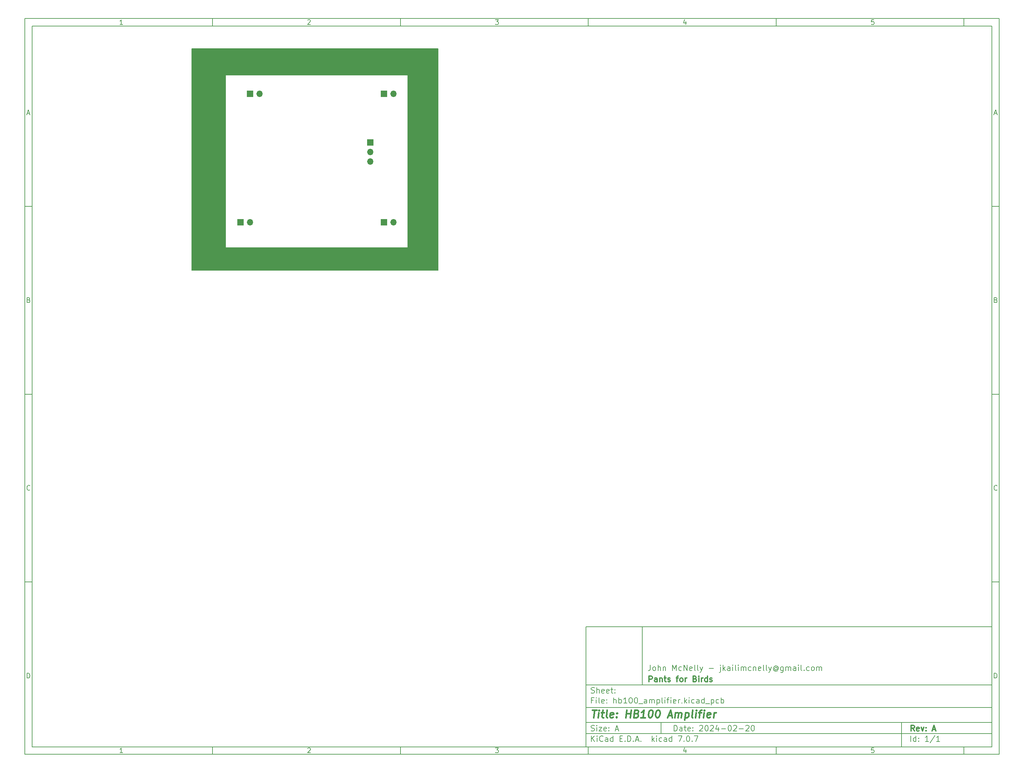
<source format=gbr>
%TF.GenerationSoftware,KiCad,Pcbnew,7.0.7*%
%TF.CreationDate,2024-02-20T22:27:51-08:00*%
%TF.ProjectId,hb100_amplifier,68623130-305f-4616-9d70-6c6966696572,A*%
%TF.SameCoordinates,PX42c1d80PY1c9c380*%
%TF.FileFunction,Soldermask,Bot*%
%TF.FilePolarity,Negative*%
%FSLAX46Y46*%
G04 Gerber Fmt 4.6, Leading zero omitted, Abs format (unit mm)*
G04 Created by KiCad (PCBNEW 7.0.7) date 2024-02-20 22:27:51*
%MOMM*%
%LPD*%
G01*
G04 APERTURE LIST*
%ADD10C,0.100000*%
%ADD11C,0.150000*%
%ADD12C,0.300000*%
%ADD13C,0.400000*%
%ADD14R,1.700000X1.700000*%
%ADD15O,1.700000X1.700000*%
G04 APERTURE END LIST*
D10*
D11*
X89400000Y-141900000D02*
X197400000Y-141900000D01*
X197400000Y-173900000D01*
X89400000Y-173900000D01*
X89400000Y-141900000D01*
D10*
D11*
X-60000000Y20000000D02*
X199400000Y20000000D01*
X199400000Y-175900000D01*
X-60000000Y-175900000D01*
X-60000000Y20000000D01*
D10*
D11*
X-58000000Y18000000D02*
X197400000Y18000000D01*
X197400000Y-173900000D01*
X-58000000Y-173900000D01*
X-58000000Y18000000D01*
D10*
D11*
X-10000000Y18000000D02*
X-10000000Y20000000D01*
D10*
D11*
X40000000Y18000000D02*
X40000000Y20000000D01*
D10*
D11*
X90000000Y18000000D02*
X90000000Y20000000D01*
D10*
D11*
X140000000Y18000000D02*
X140000000Y20000000D01*
D10*
D11*
X190000000Y18000000D02*
X190000000Y20000000D01*
D10*
D11*
X-33910840Y18406396D02*
X-34653697Y18406396D01*
X-34282269Y18406396D02*
X-34282269Y19706396D01*
X-34282269Y19706396D02*
X-34406078Y19520681D01*
X-34406078Y19520681D02*
X-34529888Y19396872D01*
X-34529888Y19396872D02*
X-34653697Y19334967D01*
D10*
D11*
X15346303Y19582586D02*
X15408207Y19644491D01*
X15408207Y19644491D02*
X15532017Y19706396D01*
X15532017Y19706396D02*
X15841541Y19706396D01*
X15841541Y19706396D02*
X15965350Y19644491D01*
X15965350Y19644491D02*
X16027255Y19582586D01*
X16027255Y19582586D02*
X16089160Y19458777D01*
X16089160Y19458777D02*
X16089160Y19334967D01*
X16089160Y19334967D02*
X16027255Y19149253D01*
X16027255Y19149253D02*
X15284398Y18406396D01*
X15284398Y18406396D02*
X16089160Y18406396D01*
D10*
D11*
X65284398Y19706396D02*
X66089160Y19706396D01*
X66089160Y19706396D02*
X65655826Y19211158D01*
X65655826Y19211158D02*
X65841541Y19211158D01*
X65841541Y19211158D02*
X65965350Y19149253D01*
X65965350Y19149253D02*
X66027255Y19087348D01*
X66027255Y19087348D02*
X66089160Y18963539D01*
X66089160Y18963539D02*
X66089160Y18654015D01*
X66089160Y18654015D02*
X66027255Y18530205D01*
X66027255Y18530205D02*
X65965350Y18468300D01*
X65965350Y18468300D02*
X65841541Y18406396D01*
X65841541Y18406396D02*
X65470112Y18406396D01*
X65470112Y18406396D02*
X65346303Y18468300D01*
X65346303Y18468300D02*
X65284398Y18530205D01*
D10*
D11*
X115965350Y19273062D02*
X115965350Y18406396D01*
X115655826Y19768300D02*
X115346303Y18839729D01*
X115346303Y18839729D02*
X116151064Y18839729D01*
D10*
D11*
X166027255Y19706396D02*
X165408207Y19706396D01*
X165408207Y19706396D02*
X165346303Y19087348D01*
X165346303Y19087348D02*
X165408207Y19149253D01*
X165408207Y19149253D02*
X165532017Y19211158D01*
X165532017Y19211158D02*
X165841541Y19211158D01*
X165841541Y19211158D02*
X165965350Y19149253D01*
X165965350Y19149253D02*
X166027255Y19087348D01*
X166027255Y19087348D02*
X166089160Y18963539D01*
X166089160Y18963539D02*
X166089160Y18654015D01*
X166089160Y18654015D02*
X166027255Y18530205D01*
X166027255Y18530205D02*
X165965350Y18468300D01*
X165965350Y18468300D02*
X165841541Y18406396D01*
X165841541Y18406396D02*
X165532017Y18406396D01*
X165532017Y18406396D02*
X165408207Y18468300D01*
X165408207Y18468300D02*
X165346303Y18530205D01*
D10*
D11*
X-10000000Y-173900000D02*
X-10000000Y-175900000D01*
D10*
D11*
X40000000Y-173900000D02*
X40000000Y-175900000D01*
D10*
D11*
X90000000Y-173900000D02*
X90000000Y-175900000D01*
D10*
D11*
X140000000Y-173900000D02*
X140000000Y-175900000D01*
D10*
D11*
X190000000Y-173900000D02*
X190000000Y-175900000D01*
D10*
D11*
X-33910840Y-175493604D02*
X-34653697Y-175493604D01*
X-34282269Y-175493604D02*
X-34282269Y-174193604D01*
X-34282269Y-174193604D02*
X-34406078Y-174379319D01*
X-34406078Y-174379319D02*
X-34529888Y-174503128D01*
X-34529888Y-174503128D02*
X-34653697Y-174565033D01*
D10*
D11*
X15346303Y-174317414D02*
X15408207Y-174255509D01*
X15408207Y-174255509D02*
X15532017Y-174193604D01*
X15532017Y-174193604D02*
X15841541Y-174193604D01*
X15841541Y-174193604D02*
X15965350Y-174255509D01*
X15965350Y-174255509D02*
X16027255Y-174317414D01*
X16027255Y-174317414D02*
X16089160Y-174441223D01*
X16089160Y-174441223D02*
X16089160Y-174565033D01*
X16089160Y-174565033D02*
X16027255Y-174750747D01*
X16027255Y-174750747D02*
X15284398Y-175493604D01*
X15284398Y-175493604D02*
X16089160Y-175493604D01*
D10*
D11*
X65284398Y-174193604D02*
X66089160Y-174193604D01*
X66089160Y-174193604D02*
X65655826Y-174688842D01*
X65655826Y-174688842D02*
X65841541Y-174688842D01*
X65841541Y-174688842D02*
X65965350Y-174750747D01*
X65965350Y-174750747D02*
X66027255Y-174812652D01*
X66027255Y-174812652D02*
X66089160Y-174936461D01*
X66089160Y-174936461D02*
X66089160Y-175245985D01*
X66089160Y-175245985D02*
X66027255Y-175369795D01*
X66027255Y-175369795D02*
X65965350Y-175431700D01*
X65965350Y-175431700D02*
X65841541Y-175493604D01*
X65841541Y-175493604D02*
X65470112Y-175493604D01*
X65470112Y-175493604D02*
X65346303Y-175431700D01*
X65346303Y-175431700D02*
X65284398Y-175369795D01*
D10*
D11*
X115965350Y-174626938D02*
X115965350Y-175493604D01*
X115655826Y-174131700D02*
X115346303Y-175060271D01*
X115346303Y-175060271D02*
X116151064Y-175060271D01*
D10*
D11*
X166027255Y-174193604D02*
X165408207Y-174193604D01*
X165408207Y-174193604D02*
X165346303Y-174812652D01*
X165346303Y-174812652D02*
X165408207Y-174750747D01*
X165408207Y-174750747D02*
X165532017Y-174688842D01*
X165532017Y-174688842D02*
X165841541Y-174688842D01*
X165841541Y-174688842D02*
X165965350Y-174750747D01*
X165965350Y-174750747D02*
X166027255Y-174812652D01*
X166027255Y-174812652D02*
X166089160Y-174936461D01*
X166089160Y-174936461D02*
X166089160Y-175245985D01*
X166089160Y-175245985D02*
X166027255Y-175369795D01*
X166027255Y-175369795D02*
X165965350Y-175431700D01*
X165965350Y-175431700D02*
X165841541Y-175493604D01*
X165841541Y-175493604D02*
X165532017Y-175493604D01*
X165532017Y-175493604D02*
X165408207Y-175431700D01*
X165408207Y-175431700D02*
X165346303Y-175369795D01*
D10*
D11*
X-60000000Y-30000000D02*
X-58000000Y-30000000D01*
D10*
D11*
X-60000000Y-80000000D02*
X-58000000Y-80000000D01*
D10*
D11*
X-60000000Y-130000000D02*
X-58000000Y-130000000D01*
D10*
D11*
X-59309524Y-5222176D02*
X-58690477Y-5222176D01*
X-59433334Y-5593604D02*
X-59000001Y-4293604D01*
X-59000001Y-4293604D02*
X-58566667Y-5593604D01*
D10*
D11*
X-58907143Y-54912652D02*
X-58721429Y-54974557D01*
X-58721429Y-54974557D02*
X-58659524Y-55036461D01*
X-58659524Y-55036461D02*
X-58597620Y-55160271D01*
X-58597620Y-55160271D02*
X-58597620Y-55345985D01*
X-58597620Y-55345985D02*
X-58659524Y-55469795D01*
X-58659524Y-55469795D02*
X-58721429Y-55531700D01*
X-58721429Y-55531700D02*
X-58845239Y-55593604D01*
X-58845239Y-55593604D02*
X-59340477Y-55593604D01*
X-59340477Y-55593604D02*
X-59340477Y-54293604D01*
X-59340477Y-54293604D02*
X-58907143Y-54293604D01*
X-58907143Y-54293604D02*
X-58783334Y-54355509D01*
X-58783334Y-54355509D02*
X-58721429Y-54417414D01*
X-58721429Y-54417414D02*
X-58659524Y-54541223D01*
X-58659524Y-54541223D02*
X-58659524Y-54665033D01*
X-58659524Y-54665033D02*
X-58721429Y-54788842D01*
X-58721429Y-54788842D02*
X-58783334Y-54850747D01*
X-58783334Y-54850747D02*
X-58907143Y-54912652D01*
X-58907143Y-54912652D02*
X-59340477Y-54912652D01*
D10*
D11*
X-58597620Y-105469795D02*
X-58659524Y-105531700D01*
X-58659524Y-105531700D02*
X-58845239Y-105593604D01*
X-58845239Y-105593604D02*
X-58969048Y-105593604D01*
X-58969048Y-105593604D02*
X-59154762Y-105531700D01*
X-59154762Y-105531700D02*
X-59278572Y-105407890D01*
X-59278572Y-105407890D02*
X-59340477Y-105284080D01*
X-59340477Y-105284080D02*
X-59402381Y-105036461D01*
X-59402381Y-105036461D02*
X-59402381Y-104850747D01*
X-59402381Y-104850747D02*
X-59340477Y-104603128D01*
X-59340477Y-104603128D02*
X-59278572Y-104479319D01*
X-59278572Y-104479319D02*
X-59154762Y-104355509D01*
X-59154762Y-104355509D02*
X-58969048Y-104293604D01*
X-58969048Y-104293604D02*
X-58845239Y-104293604D01*
X-58845239Y-104293604D02*
X-58659524Y-104355509D01*
X-58659524Y-104355509D02*
X-58597620Y-104417414D01*
D10*
D11*
X-59340477Y-155593604D02*
X-59340477Y-154293604D01*
X-59340477Y-154293604D02*
X-59030953Y-154293604D01*
X-59030953Y-154293604D02*
X-58845239Y-154355509D01*
X-58845239Y-154355509D02*
X-58721429Y-154479319D01*
X-58721429Y-154479319D02*
X-58659524Y-154603128D01*
X-58659524Y-154603128D02*
X-58597620Y-154850747D01*
X-58597620Y-154850747D02*
X-58597620Y-155036461D01*
X-58597620Y-155036461D02*
X-58659524Y-155284080D01*
X-58659524Y-155284080D02*
X-58721429Y-155407890D01*
X-58721429Y-155407890D02*
X-58845239Y-155531700D01*
X-58845239Y-155531700D02*
X-59030953Y-155593604D01*
X-59030953Y-155593604D02*
X-59340477Y-155593604D01*
D10*
D11*
X199400000Y-30000000D02*
X197400000Y-30000000D01*
D10*
D11*
X199400000Y-80000000D02*
X197400000Y-80000000D01*
D10*
D11*
X199400000Y-130000000D02*
X197400000Y-130000000D01*
D10*
D11*
X198090476Y-5222176D02*
X198709523Y-5222176D01*
X197966666Y-5593604D02*
X198399999Y-4293604D01*
X198399999Y-4293604D02*
X198833333Y-5593604D01*
D10*
D11*
X198492857Y-54912652D02*
X198678571Y-54974557D01*
X198678571Y-54974557D02*
X198740476Y-55036461D01*
X198740476Y-55036461D02*
X198802380Y-55160271D01*
X198802380Y-55160271D02*
X198802380Y-55345985D01*
X198802380Y-55345985D02*
X198740476Y-55469795D01*
X198740476Y-55469795D02*
X198678571Y-55531700D01*
X198678571Y-55531700D02*
X198554761Y-55593604D01*
X198554761Y-55593604D02*
X198059523Y-55593604D01*
X198059523Y-55593604D02*
X198059523Y-54293604D01*
X198059523Y-54293604D02*
X198492857Y-54293604D01*
X198492857Y-54293604D02*
X198616666Y-54355509D01*
X198616666Y-54355509D02*
X198678571Y-54417414D01*
X198678571Y-54417414D02*
X198740476Y-54541223D01*
X198740476Y-54541223D02*
X198740476Y-54665033D01*
X198740476Y-54665033D02*
X198678571Y-54788842D01*
X198678571Y-54788842D02*
X198616666Y-54850747D01*
X198616666Y-54850747D02*
X198492857Y-54912652D01*
X198492857Y-54912652D02*
X198059523Y-54912652D01*
D10*
D11*
X198802380Y-105469795D02*
X198740476Y-105531700D01*
X198740476Y-105531700D02*
X198554761Y-105593604D01*
X198554761Y-105593604D02*
X198430952Y-105593604D01*
X198430952Y-105593604D02*
X198245238Y-105531700D01*
X198245238Y-105531700D02*
X198121428Y-105407890D01*
X198121428Y-105407890D02*
X198059523Y-105284080D01*
X198059523Y-105284080D02*
X197997619Y-105036461D01*
X197997619Y-105036461D02*
X197997619Y-104850747D01*
X197997619Y-104850747D02*
X198059523Y-104603128D01*
X198059523Y-104603128D02*
X198121428Y-104479319D01*
X198121428Y-104479319D02*
X198245238Y-104355509D01*
X198245238Y-104355509D02*
X198430952Y-104293604D01*
X198430952Y-104293604D02*
X198554761Y-104293604D01*
X198554761Y-104293604D02*
X198740476Y-104355509D01*
X198740476Y-104355509D02*
X198802380Y-104417414D01*
D10*
D11*
X198059523Y-155593604D02*
X198059523Y-154293604D01*
X198059523Y-154293604D02*
X198369047Y-154293604D01*
X198369047Y-154293604D02*
X198554761Y-154355509D01*
X198554761Y-154355509D02*
X198678571Y-154479319D01*
X198678571Y-154479319D02*
X198740476Y-154603128D01*
X198740476Y-154603128D02*
X198802380Y-154850747D01*
X198802380Y-154850747D02*
X198802380Y-155036461D01*
X198802380Y-155036461D02*
X198740476Y-155284080D01*
X198740476Y-155284080D02*
X198678571Y-155407890D01*
X198678571Y-155407890D02*
X198554761Y-155531700D01*
X198554761Y-155531700D02*
X198369047Y-155593604D01*
X198369047Y-155593604D02*
X198059523Y-155593604D01*
D10*
D11*
X112855826Y-169686128D02*
X112855826Y-168186128D01*
X112855826Y-168186128D02*
X113212969Y-168186128D01*
X113212969Y-168186128D02*
X113427255Y-168257557D01*
X113427255Y-168257557D02*
X113570112Y-168400414D01*
X113570112Y-168400414D02*
X113641541Y-168543271D01*
X113641541Y-168543271D02*
X113712969Y-168828985D01*
X113712969Y-168828985D02*
X113712969Y-169043271D01*
X113712969Y-169043271D02*
X113641541Y-169328985D01*
X113641541Y-169328985D02*
X113570112Y-169471842D01*
X113570112Y-169471842D02*
X113427255Y-169614700D01*
X113427255Y-169614700D02*
X113212969Y-169686128D01*
X113212969Y-169686128D02*
X112855826Y-169686128D01*
X114998684Y-169686128D02*
X114998684Y-168900414D01*
X114998684Y-168900414D02*
X114927255Y-168757557D01*
X114927255Y-168757557D02*
X114784398Y-168686128D01*
X114784398Y-168686128D02*
X114498684Y-168686128D01*
X114498684Y-168686128D02*
X114355826Y-168757557D01*
X114998684Y-169614700D02*
X114855826Y-169686128D01*
X114855826Y-169686128D02*
X114498684Y-169686128D01*
X114498684Y-169686128D02*
X114355826Y-169614700D01*
X114355826Y-169614700D02*
X114284398Y-169471842D01*
X114284398Y-169471842D02*
X114284398Y-169328985D01*
X114284398Y-169328985D02*
X114355826Y-169186128D01*
X114355826Y-169186128D02*
X114498684Y-169114700D01*
X114498684Y-169114700D02*
X114855826Y-169114700D01*
X114855826Y-169114700D02*
X114998684Y-169043271D01*
X115498684Y-168686128D02*
X116070112Y-168686128D01*
X115712969Y-168186128D02*
X115712969Y-169471842D01*
X115712969Y-169471842D02*
X115784398Y-169614700D01*
X115784398Y-169614700D02*
X115927255Y-169686128D01*
X115927255Y-169686128D02*
X116070112Y-169686128D01*
X117141541Y-169614700D02*
X116998684Y-169686128D01*
X116998684Y-169686128D02*
X116712970Y-169686128D01*
X116712970Y-169686128D02*
X116570112Y-169614700D01*
X116570112Y-169614700D02*
X116498684Y-169471842D01*
X116498684Y-169471842D02*
X116498684Y-168900414D01*
X116498684Y-168900414D02*
X116570112Y-168757557D01*
X116570112Y-168757557D02*
X116712970Y-168686128D01*
X116712970Y-168686128D02*
X116998684Y-168686128D01*
X116998684Y-168686128D02*
X117141541Y-168757557D01*
X117141541Y-168757557D02*
X117212970Y-168900414D01*
X117212970Y-168900414D02*
X117212970Y-169043271D01*
X117212970Y-169043271D02*
X116498684Y-169186128D01*
X117855826Y-169543271D02*
X117927255Y-169614700D01*
X117927255Y-169614700D02*
X117855826Y-169686128D01*
X117855826Y-169686128D02*
X117784398Y-169614700D01*
X117784398Y-169614700D02*
X117855826Y-169543271D01*
X117855826Y-169543271D02*
X117855826Y-169686128D01*
X117855826Y-168757557D02*
X117927255Y-168828985D01*
X117927255Y-168828985D02*
X117855826Y-168900414D01*
X117855826Y-168900414D02*
X117784398Y-168828985D01*
X117784398Y-168828985D02*
X117855826Y-168757557D01*
X117855826Y-168757557D02*
X117855826Y-168900414D01*
X119641541Y-168328985D02*
X119712969Y-168257557D01*
X119712969Y-168257557D02*
X119855827Y-168186128D01*
X119855827Y-168186128D02*
X120212969Y-168186128D01*
X120212969Y-168186128D02*
X120355827Y-168257557D01*
X120355827Y-168257557D02*
X120427255Y-168328985D01*
X120427255Y-168328985D02*
X120498684Y-168471842D01*
X120498684Y-168471842D02*
X120498684Y-168614700D01*
X120498684Y-168614700D02*
X120427255Y-168828985D01*
X120427255Y-168828985D02*
X119570112Y-169686128D01*
X119570112Y-169686128D02*
X120498684Y-169686128D01*
X121427255Y-168186128D02*
X121570112Y-168186128D01*
X121570112Y-168186128D02*
X121712969Y-168257557D01*
X121712969Y-168257557D02*
X121784398Y-168328985D01*
X121784398Y-168328985D02*
X121855826Y-168471842D01*
X121855826Y-168471842D02*
X121927255Y-168757557D01*
X121927255Y-168757557D02*
X121927255Y-169114700D01*
X121927255Y-169114700D02*
X121855826Y-169400414D01*
X121855826Y-169400414D02*
X121784398Y-169543271D01*
X121784398Y-169543271D02*
X121712969Y-169614700D01*
X121712969Y-169614700D02*
X121570112Y-169686128D01*
X121570112Y-169686128D02*
X121427255Y-169686128D01*
X121427255Y-169686128D02*
X121284398Y-169614700D01*
X121284398Y-169614700D02*
X121212969Y-169543271D01*
X121212969Y-169543271D02*
X121141540Y-169400414D01*
X121141540Y-169400414D02*
X121070112Y-169114700D01*
X121070112Y-169114700D02*
X121070112Y-168757557D01*
X121070112Y-168757557D02*
X121141540Y-168471842D01*
X121141540Y-168471842D02*
X121212969Y-168328985D01*
X121212969Y-168328985D02*
X121284398Y-168257557D01*
X121284398Y-168257557D02*
X121427255Y-168186128D01*
X122498683Y-168328985D02*
X122570111Y-168257557D01*
X122570111Y-168257557D02*
X122712969Y-168186128D01*
X122712969Y-168186128D02*
X123070111Y-168186128D01*
X123070111Y-168186128D02*
X123212969Y-168257557D01*
X123212969Y-168257557D02*
X123284397Y-168328985D01*
X123284397Y-168328985D02*
X123355826Y-168471842D01*
X123355826Y-168471842D02*
X123355826Y-168614700D01*
X123355826Y-168614700D02*
X123284397Y-168828985D01*
X123284397Y-168828985D02*
X122427254Y-169686128D01*
X122427254Y-169686128D02*
X123355826Y-169686128D01*
X124641540Y-168686128D02*
X124641540Y-169686128D01*
X124284397Y-168114700D02*
X123927254Y-169186128D01*
X123927254Y-169186128D02*
X124855825Y-169186128D01*
X125427253Y-169114700D02*
X126570111Y-169114700D01*
X127570111Y-168186128D02*
X127712968Y-168186128D01*
X127712968Y-168186128D02*
X127855825Y-168257557D01*
X127855825Y-168257557D02*
X127927254Y-168328985D01*
X127927254Y-168328985D02*
X127998682Y-168471842D01*
X127998682Y-168471842D02*
X128070111Y-168757557D01*
X128070111Y-168757557D02*
X128070111Y-169114700D01*
X128070111Y-169114700D02*
X127998682Y-169400414D01*
X127998682Y-169400414D02*
X127927254Y-169543271D01*
X127927254Y-169543271D02*
X127855825Y-169614700D01*
X127855825Y-169614700D02*
X127712968Y-169686128D01*
X127712968Y-169686128D02*
X127570111Y-169686128D01*
X127570111Y-169686128D02*
X127427254Y-169614700D01*
X127427254Y-169614700D02*
X127355825Y-169543271D01*
X127355825Y-169543271D02*
X127284396Y-169400414D01*
X127284396Y-169400414D02*
X127212968Y-169114700D01*
X127212968Y-169114700D02*
X127212968Y-168757557D01*
X127212968Y-168757557D02*
X127284396Y-168471842D01*
X127284396Y-168471842D02*
X127355825Y-168328985D01*
X127355825Y-168328985D02*
X127427254Y-168257557D01*
X127427254Y-168257557D02*
X127570111Y-168186128D01*
X128641539Y-168328985D02*
X128712967Y-168257557D01*
X128712967Y-168257557D02*
X128855825Y-168186128D01*
X128855825Y-168186128D02*
X129212967Y-168186128D01*
X129212967Y-168186128D02*
X129355825Y-168257557D01*
X129355825Y-168257557D02*
X129427253Y-168328985D01*
X129427253Y-168328985D02*
X129498682Y-168471842D01*
X129498682Y-168471842D02*
X129498682Y-168614700D01*
X129498682Y-168614700D02*
X129427253Y-168828985D01*
X129427253Y-168828985D02*
X128570110Y-169686128D01*
X128570110Y-169686128D02*
X129498682Y-169686128D01*
X130141538Y-169114700D02*
X131284396Y-169114700D01*
X131927253Y-168328985D02*
X131998681Y-168257557D01*
X131998681Y-168257557D02*
X132141539Y-168186128D01*
X132141539Y-168186128D02*
X132498681Y-168186128D01*
X132498681Y-168186128D02*
X132641539Y-168257557D01*
X132641539Y-168257557D02*
X132712967Y-168328985D01*
X132712967Y-168328985D02*
X132784396Y-168471842D01*
X132784396Y-168471842D02*
X132784396Y-168614700D01*
X132784396Y-168614700D02*
X132712967Y-168828985D01*
X132712967Y-168828985D02*
X131855824Y-169686128D01*
X131855824Y-169686128D02*
X132784396Y-169686128D01*
X133712967Y-168186128D02*
X133855824Y-168186128D01*
X133855824Y-168186128D02*
X133998681Y-168257557D01*
X133998681Y-168257557D02*
X134070110Y-168328985D01*
X134070110Y-168328985D02*
X134141538Y-168471842D01*
X134141538Y-168471842D02*
X134212967Y-168757557D01*
X134212967Y-168757557D02*
X134212967Y-169114700D01*
X134212967Y-169114700D02*
X134141538Y-169400414D01*
X134141538Y-169400414D02*
X134070110Y-169543271D01*
X134070110Y-169543271D02*
X133998681Y-169614700D01*
X133998681Y-169614700D02*
X133855824Y-169686128D01*
X133855824Y-169686128D02*
X133712967Y-169686128D01*
X133712967Y-169686128D02*
X133570110Y-169614700D01*
X133570110Y-169614700D02*
X133498681Y-169543271D01*
X133498681Y-169543271D02*
X133427252Y-169400414D01*
X133427252Y-169400414D02*
X133355824Y-169114700D01*
X133355824Y-169114700D02*
X133355824Y-168757557D01*
X133355824Y-168757557D02*
X133427252Y-168471842D01*
X133427252Y-168471842D02*
X133498681Y-168328985D01*
X133498681Y-168328985D02*
X133570110Y-168257557D01*
X133570110Y-168257557D02*
X133712967Y-168186128D01*
D10*
D11*
X89400000Y-170400000D02*
X197400000Y-170400000D01*
D10*
D11*
X90855826Y-172486128D02*
X90855826Y-170986128D01*
X91712969Y-172486128D02*
X91070112Y-171628985D01*
X91712969Y-170986128D02*
X90855826Y-171843271D01*
X92355826Y-172486128D02*
X92355826Y-171486128D01*
X92355826Y-170986128D02*
X92284398Y-171057557D01*
X92284398Y-171057557D02*
X92355826Y-171128985D01*
X92355826Y-171128985D02*
X92427255Y-171057557D01*
X92427255Y-171057557D02*
X92355826Y-170986128D01*
X92355826Y-170986128D02*
X92355826Y-171128985D01*
X93927255Y-172343271D02*
X93855827Y-172414700D01*
X93855827Y-172414700D02*
X93641541Y-172486128D01*
X93641541Y-172486128D02*
X93498684Y-172486128D01*
X93498684Y-172486128D02*
X93284398Y-172414700D01*
X93284398Y-172414700D02*
X93141541Y-172271842D01*
X93141541Y-172271842D02*
X93070112Y-172128985D01*
X93070112Y-172128985D02*
X92998684Y-171843271D01*
X92998684Y-171843271D02*
X92998684Y-171628985D01*
X92998684Y-171628985D02*
X93070112Y-171343271D01*
X93070112Y-171343271D02*
X93141541Y-171200414D01*
X93141541Y-171200414D02*
X93284398Y-171057557D01*
X93284398Y-171057557D02*
X93498684Y-170986128D01*
X93498684Y-170986128D02*
X93641541Y-170986128D01*
X93641541Y-170986128D02*
X93855827Y-171057557D01*
X93855827Y-171057557D02*
X93927255Y-171128985D01*
X95212970Y-172486128D02*
X95212970Y-171700414D01*
X95212970Y-171700414D02*
X95141541Y-171557557D01*
X95141541Y-171557557D02*
X94998684Y-171486128D01*
X94998684Y-171486128D02*
X94712970Y-171486128D01*
X94712970Y-171486128D02*
X94570112Y-171557557D01*
X95212970Y-172414700D02*
X95070112Y-172486128D01*
X95070112Y-172486128D02*
X94712970Y-172486128D01*
X94712970Y-172486128D02*
X94570112Y-172414700D01*
X94570112Y-172414700D02*
X94498684Y-172271842D01*
X94498684Y-172271842D02*
X94498684Y-172128985D01*
X94498684Y-172128985D02*
X94570112Y-171986128D01*
X94570112Y-171986128D02*
X94712970Y-171914700D01*
X94712970Y-171914700D02*
X95070112Y-171914700D01*
X95070112Y-171914700D02*
X95212970Y-171843271D01*
X96570113Y-172486128D02*
X96570113Y-170986128D01*
X96570113Y-172414700D02*
X96427255Y-172486128D01*
X96427255Y-172486128D02*
X96141541Y-172486128D01*
X96141541Y-172486128D02*
X95998684Y-172414700D01*
X95998684Y-172414700D02*
X95927255Y-172343271D01*
X95927255Y-172343271D02*
X95855827Y-172200414D01*
X95855827Y-172200414D02*
X95855827Y-171771842D01*
X95855827Y-171771842D02*
X95927255Y-171628985D01*
X95927255Y-171628985D02*
X95998684Y-171557557D01*
X95998684Y-171557557D02*
X96141541Y-171486128D01*
X96141541Y-171486128D02*
X96427255Y-171486128D01*
X96427255Y-171486128D02*
X96570113Y-171557557D01*
X98427255Y-171700414D02*
X98927255Y-171700414D01*
X99141541Y-172486128D02*
X98427255Y-172486128D01*
X98427255Y-172486128D02*
X98427255Y-170986128D01*
X98427255Y-170986128D02*
X99141541Y-170986128D01*
X99784398Y-172343271D02*
X99855827Y-172414700D01*
X99855827Y-172414700D02*
X99784398Y-172486128D01*
X99784398Y-172486128D02*
X99712970Y-172414700D01*
X99712970Y-172414700D02*
X99784398Y-172343271D01*
X99784398Y-172343271D02*
X99784398Y-172486128D01*
X100498684Y-172486128D02*
X100498684Y-170986128D01*
X100498684Y-170986128D02*
X100855827Y-170986128D01*
X100855827Y-170986128D02*
X101070113Y-171057557D01*
X101070113Y-171057557D02*
X101212970Y-171200414D01*
X101212970Y-171200414D02*
X101284399Y-171343271D01*
X101284399Y-171343271D02*
X101355827Y-171628985D01*
X101355827Y-171628985D02*
X101355827Y-171843271D01*
X101355827Y-171843271D02*
X101284399Y-172128985D01*
X101284399Y-172128985D02*
X101212970Y-172271842D01*
X101212970Y-172271842D02*
X101070113Y-172414700D01*
X101070113Y-172414700D02*
X100855827Y-172486128D01*
X100855827Y-172486128D02*
X100498684Y-172486128D01*
X101998684Y-172343271D02*
X102070113Y-172414700D01*
X102070113Y-172414700D02*
X101998684Y-172486128D01*
X101998684Y-172486128D02*
X101927256Y-172414700D01*
X101927256Y-172414700D02*
X101998684Y-172343271D01*
X101998684Y-172343271D02*
X101998684Y-172486128D01*
X102641542Y-172057557D02*
X103355828Y-172057557D01*
X102498685Y-172486128D02*
X102998685Y-170986128D01*
X102998685Y-170986128D02*
X103498685Y-172486128D01*
X103998684Y-172343271D02*
X104070113Y-172414700D01*
X104070113Y-172414700D02*
X103998684Y-172486128D01*
X103998684Y-172486128D02*
X103927256Y-172414700D01*
X103927256Y-172414700D02*
X103998684Y-172343271D01*
X103998684Y-172343271D02*
X103998684Y-172486128D01*
X106998684Y-172486128D02*
X106998684Y-170986128D01*
X107141542Y-171914700D02*
X107570113Y-172486128D01*
X107570113Y-171486128D02*
X106998684Y-172057557D01*
X108212970Y-172486128D02*
X108212970Y-171486128D01*
X108212970Y-170986128D02*
X108141542Y-171057557D01*
X108141542Y-171057557D02*
X108212970Y-171128985D01*
X108212970Y-171128985D02*
X108284399Y-171057557D01*
X108284399Y-171057557D02*
X108212970Y-170986128D01*
X108212970Y-170986128D02*
X108212970Y-171128985D01*
X109570114Y-172414700D02*
X109427256Y-172486128D01*
X109427256Y-172486128D02*
X109141542Y-172486128D01*
X109141542Y-172486128D02*
X108998685Y-172414700D01*
X108998685Y-172414700D02*
X108927256Y-172343271D01*
X108927256Y-172343271D02*
X108855828Y-172200414D01*
X108855828Y-172200414D02*
X108855828Y-171771842D01*
X108855828Y-171771842D02*
X108927256Y-171628985D01*
X108927256Y-171628985D02*
X108998685Y-171557557D01*
X108998685Y-171557557D02*
X109141542Y-171486128D01*
X109141542Y-171486128D02*
X109427256Y-171486128D01*
X109427256Y-171486128D02*
X109570114Y-171557557D01*
X110855828Y-172486128D02*
X110855828Y-171700414D01*
X110855828Y-171700414D02*
X110784399Y-171557557D01*
X110784399Y-171557557D02*
X110641542Y-171486128D01*
X110641542Y-171486128D02*
X110355828Y-171486128D01*
X110355828Y-171486128D02*
X110212970Y-171557557D01*
X110855828Y-172414700D02*
X110712970Y-172486128D01*
X110712970Y-172486128D02*
X110355828Y-172486128D01*
X110355828Y-172486128D02*
X110212970Y-172414700D01*
X110212970Y-172414700D02*
X110141542Y-172271842D01*
X110141542Y-172271842D02*
X110141542Y-172128985D01*
X110141542Y-172128985D02*
X110212970Y-171986128D01*
X110212970Y-171986128D02*
X110355828Y-171914700D01*
X110355828Y-171914700D02*
X110712970Y-171914700D01*
X110712970Y-171914700D02*
X110855828Y-171843271D01*
X112212971Y-172486128D02*
X112212971Y-170986128D01*
X112212971Y-172414700D02*
X112070113Y-172486128D01*
X112070113Y-172486128D02*
X111784399Y-172486128D01*
X111784399Y-172486128D02*
X111641542Y-172414700D01*
X111641542Y-172414700D02*
X111570113Y-172343271D01*
X111570113Y-172343271D02*
X111498685Y-172200414D01*
X111498685Y-172200414D02*
X111498685Y-171771842D01*
X111498685Y-171771842D02*
X111570113Y-171628985D01*
X111570113Y-171628985D02*
X111641542Y-171557557D01*
X111641542Y-171557557D02*
X111784399Y-171486128D01*
X111784399Y-171486128D02*
X112070113Y-171486128D01*
X112070113Y-171486128D02*
X112212971Y-171557557D01*
X113927256Y-170986128D02*
X114927256Y-170986128D01*
X114927256Y-170986128D02*
X114284399Y-172486128D01*
X115498684Y-172343271D02*
X115570113Y-172414700D01*
X115570113Y-172414700D02*
X115498684Y-172486128D01*
X115498684Y-172486128D02*
X115427256Y-172414700D01*
X115427256Y-172414700D02*
X115498684Y-172343271D01*
X115498684Y-172343271D02*
X115498684Y-172486128D01*
X116498685Y-170986128D02*
X116641542Y-170986128D01*
X116641542Y-170986128D02*
X116784399Y-171057557D01*
X116784399Y-171057557D02*
X116855828Y-171128985D01*
X116855828Y-171128985D02*
X116927256Y-171271842D01*
X116927256Y-171271842D02*
X116998685Y-171557557D01*
X116998685Y-171557557D02*
X116998685Y-171914700D01*
X116998685Y-171914700D02*
X116927256Y-172200414D01*
X116927256Y-172200414D02*
X116855828Y-172343271D01*
X116855828Y-172343271D02*
X116784399Y-172414700D01*
X116784399Y-172414700D02*
X116641542Y-172486128D01*
X116641542Y-172486128D02*
X116498685Y-172486128D01*
X116498685Y-172486128D02*
X116355828Y-172414700D01*
X116355828Y-172414700D02*
X116284399Y-172343271D01*
X116284399Y-172343271D02*
X116212970Y-172200414D01*
X116212970Y-172200414D02*
X116141542Y-171914700D01*
X116141542Y-171914700D02*
X116141542Y-171557557D01*
X116141542Y-171557557D02*
X116212970Y-171271842D01*
X116212970Y-171271842D02*
X116284399Y-171128985D01*
X116284399Y-171128985D02*
X116355828Y-171057557D01*
X116355828Y-171057557D02*
X116498685Y-170986128D01*
X117641541Y-172343271D02*
X117712970Y-172414700D01*
X117712970Y-172414700D02*
X117641541Y-172486128D01*
X117641541Y-172486128D02*
X117570113Y-172414700D01*
X117570113Y-172414700D02*
X117641541Y-172343271D01*
X117641541Y-172343271D02*
X117641541Y-172486128D01*
X118212970Y-170986128D02*
X119212970Y-170986128D01*
X119212970Y-170986128D02*
X118570113Y-172486128D01*
D10*
D11*
X89400000Y-167400000D02*
X197400000Y-167400000D01*
D10*
D12*
X176811653Y-169678328D02*
X176311653Y-168964042D01*
X175954510Y-169678328D02*
X175954510Y-168178328D01*
X175954510Y-168178328D02*
X176525939Y-168178328D01*
X176525939Y-168178328D02*
X176668796Y-168249757D01*
X176668796Y-168249757D02*
X176740225Y-168321185D01*
X176740225Y-168321185D02*
X176811653Y-168464042D01*
X176811653Y-168464042D02*
X176811653Y-168678328D01*
X176811653Y-168678328D02*
X176740225Y-168821185D01*
X176740225Y-168821185D02*
X176668796Y-168892614D01*
X176668796Y-168892614D02*
X176525939Y-168964042D01*
X176525939Y-168964042D02*
X175954510Y-168964042D01*
X178025939Y-169606900D02*
X177883082Y-169678328D01*
X177883082Y-169678328D02*
X177597368Y-169678328D01*
X177597368Y-169678328D02*
X177454510Y-169606900D01*
X177454510Y-169606900D02*
X177383082Y-169464042D01*
X177383082Y-169464042D02*
X177383082Y-168892614D01*
X177383082Y-168892614D02*
X177454510Y-168749757D01*
X177454510Y-168749757D02*
X177597368Y-168678328D01*
X177597368Y-168678328D02*
X177883082Y-168678328D01*
X177883082Y-168678328D02*
X178025939Y-168749757D01*
X178025939Y-168749757D02*
X178097368Y-168892614D01*
X178097368Y-168892614D02*
X178097368Y-169035471D01*
X178097368Y-169035471D02*
X177383082Y-169178328D01*
X178597367Y-168678328D02*
X178954510Y-169678328D01*
X178954510Y-169678328D02*
X179311653Y-168678328D01*
X179883081Y-169535471D02*
X179954510Y-169606900D01*
X179954510Y-169606900D02*
X179883081Y-169678328D01*
X179883081Y-169678328D02*
X179811653Y-169606900D01*
X179811653Y-169606900D02*
X179883081Y-169535471D01*
X179883081Y-169535471D02*
X179883081Y-169678328D01*
X179883081Y-168749757D02*
X179954510Y-168821185D01*
X179954510Y-168821185D02*
X179883081Y-168892614D01*
X179883081Y-168892614D02*
X179811653Y-168821185D01*
X179811653Y-168821185D02*
X179883081Y-168749757D01*
X179883081Y-168749757D02*
X179883081Y-168892614D01*
X181668796Y-169249757D02*
X182383082Y-169249757D01*
X181525939Y-169678328D02*
X182025939Y-168178328D01*
X182025939Y-168178328D02*
X182525939Y-169678328D01*
D10*
D11*
X90784398Y-169614700D02*
X90998684Y-169686128D01*
X90998684Y-169686128D02*
X91355826Y-169686128D01*
X91355826Y-169686128D02*
X91498684Y-169614700D01*
X91498684Y-169614700D02*
X91570112Y-169543271D01*
X91570112Y-169543271D02*
X91641541Y-169400414D01*
X91641541Y-169400414D02*
X91641541Y-169257557D01*
X91641541Y-169257557D02*
X91570112Y-169114700D01*
X91570112Y-169114700D02*
X91498684Y-169043271D01*
X91498684Y-169043271D02*
X91355826Y-168971842D01*
X91355826Y-168971842D02*
X91070112Y-168900414D01*
X91070112Y-168900414D02*
X90927255Y-168828985D01*
X90927255Y-168828985D02*
X90855826Y-168757557D01*
X90855826Y-168757557D02*
X90784398Y-168614700D01*
X90784398Y-168614700D02*
X90784398Y-168471842D01*
X90784398Y-168471842D02*
X90855826Y-168328985D01*
X90855826Y-168328985D02*
X90927255Y-168257557D01*
X90927255Y-168257557D02*
X91070112Y-168186128D01*
X91070112Y-168186128D02*
X91427255Y-168186128D01*
X91427255Y-168186128D02*
X91641541Y-168257557D01*
X92284397Y-169686128D02*
X92284397Y-168686128D01*
X92284397Y-168186128D02*
X92212969Y-168257557D01*
X92212969Y-168257557D02*
X92284397Y-168328985D01*
X92284397Y-168328985D02*
X92355826Y-168257557D01*
X92355826Y-168257557D02*
X92284397Y-168186128D01*
X92284397Y-168186128D02*
X92284397Y-168328985D01*
X92855826Y-168686128D02*
X93641541Y-168686128D01*
X93641541Y-168686128D02*
X92855826Y-169686128D01*
X92855826Y-169686128D02*
X93641541Y-169686128D01*
X94784398Y-169614700D02*
X94641541Y-169686128D01*
X94641541Y-169686128D02*
X94355827Y-169686128D01*
X94355827Y-169686128D02*
X94212969Y-169614700D01*
X94212969Y-169614700D02*
X94141541Y-169471842D01*
X94141541Y-169471842D02*
X94141541Y-168900414D01*
X94141541Y-168900414D02*
X94212969Y-168757557D01*
X94212969Y-168757557D02*
X94355827Y-168686128D01*
X94355827Y-168686128D02*
X94641541Y-168686128D01*
X94641541Y-168686128D02*
X94784398Y-168757557D01*
X94784398Y-168757557D02*
X94855827Y-168900414D01*
X94855827Y-168900414D02*
X94855827Y-169043271D01*
X94855827Y-169043271D02*
X94141541Y-169186128D01*
X95498683Y-169543271D02*
X95570112Y-169614700D01*
X95570112Y-169614700D02*
X95498683Y-169686128D01*
X95498683Y-169686128D02*
X95427255Y-169614700D01*
X95427255Y-169614700D02*
X95498683Y-169543271D01*
X95498683Y-169543271D02*
X95498683Y-169686128D01*
X95498683Y-168757557D02*
X95570112Y-168828985D01*
X95570112Y-168828985D02*
X95498683Y-168900414D01*
X95498683Y-168900414D02*
X95427255Y-168828985D01*
X95427255Y-168828985D02*
X95498683Y-168757557D01*
X95498683Y-168757557D02*
X95498683Y-168900414D01*
X97284398Y-169257557D02*
X97998684Y-169257557D01*
X97141541Y-169686128D02*
X97641541Y-168186128D01*
X97641541Y-168186128D02*
X98141541Y-169686128D01*
D10*
D11*
X175855826Y-172486128D02*
X175855826Y-170986128D01*
X177212970Y-172486128D02*
X177212970Y-170986128D01*
X177212970Y-172414700D02*
X177070112Y-172486128D01*
X177070112Y-172486128D02*
X176784398Y-172486128D01*
X176784398Y-172486128D02*
X176641541Y-172414700D01*
X176641541Y-172414700D02*
X176570112Y-172343271D01*
X176570112Y-172343271D02*
X176498684Y-172200414D01*
X176498684Y-172200414D02*
X176498684Y-171771842D01*
X176498684Y-171771842D02*
X176570112Y-171628985D01*
X176570112Y-171628985D02*
X176641541Y-171557557D01*
X176641541Y-171557557D02*
X176784398Y-171486128D01*
X176784398Y-171486128D02*
X177070112Y-171486128D01*
X177070112Y-171486128D02*
X177212970Y-171557557D01*
X177927255Y-172343271D02*
X177998684Y-172414700D01*
X177998684Y-172414700D02*
X177927255Y-172486128D01*
X177927255Y-172486128D02*
X177855827Y-172414700D01*
X177855827Y-172414700D02*
X177927255Y-172343271D01*
X177927255Y-172343271D02*
X177927255Y-172486128D01*
X177927255Y-171557557D02*
X177998684Y-171628985D01*
X177998684Y-171628985D02*
X177927255Y-171700414D01*
X177927255Y-171700414D02*
X177855827Y-171628985D01*
X177855827Y-171628985D02*
X177927255Y-171557557D01*
X177927255Y-171557557D02*
X177927255Y-171700414D01*
X180570113Y-172486128D02*
X179712970Y-172486128D01*
X180141541Y-172486128D02*
X180141541Y-170986128D01*
X180141541Y-170986128D02*
X179998684Y-171200414D01*
X179998684Y-171200414D02*
X179855827Y-171343271D01*
X179855827Y-171343271D02*
X179712970Y-171414700D01*
X182284398Y-170914700D02*
X180998684Y-172843271D01*
X183570113Y-172486128D02*
X182712970Y-172486128D01*
X183141541Y-172486128D02*
X183141541Y-170986128D01*
X183141541Y-170986128D02*
X182998684Y-171200414D01*
X182998684Y-171200414D02*
X182855827Y-171343271D01*
X182855827Y-171343271D02*
X182712970Y-171414700D01*
D10*
D11*
X89400000Y-163400000D02*
X197400000Y-163400000D01*
D10*
D13*
X91091728Y-164104438D02*
X92234585Y-164104438D01*
X91413157Y-166104438D02*
X91663157Y-164104438D01*
X92651252Y-166104438D02*
X92817919Y-164771104D01*
X92901252Y-164104438D02*
X92794109Y-164199676D01*
X92794109Y-164199676D02*
X92877443Y-164294914D01*
X92877443Y-164294914D02*
X92984586Y-164199676D01*
X92984586Y-164199676D02*
X92901252Y-164104438D01*
X92901252Y-164104438D02*
X92877443Y-164294914D01*
X93484586Y-164771104D02*
X94246490Y-164771104D01*
X93853633Y-164104438D02*
X93639348Y-165818723D01*
X93639348Y-165818723D02*
X93710776Y-166009200D01*
X93710776Y-166009200D02*
X93889348Y-166104438D01*
X93889348Y-166104438D02*
X94079824Y-166104438D01*
X95032205Y-166104438D02*
X94853633Y-166009200D01*
X94853633Y-166009200D02*
X94782205Y-165818723D01*
X94782205Y-165818723D02*
X94996490Y-164104438D01*
X96567919Y-166009200D02*
X96365538Y-166104438D01*
X96365538Y-166104438D02*
X95984585Y-166104438D01*
X95984585Y-166104438D02*
X95806014Y-166009200D01*
X95806014Y-166009200D02*
X95734585Y-165818723D01*
X95734585Y-165818723D02*
X95829824Y-165056819D01*
X95829824Y-165056819D02*
X95948871Y-164866342D01*
X95948871Y-164866342D02*
X96151252Y-164771104D01*
X96151252Y-164771104D02*
X96532204Y-164771104D01*
X96532204Y-164771104D02*
X96710776Y-164866342D01*
X96710776Y-164866342D02*
X96782204Y-165056819D01*
X96782204Y-165056819D02*
X96758395Y-165247295D01*
X96758395Y-165247295D02*
X95782204Y-165437771D01*
X97532205Y-165913961D02*
X97615538Y-166009200D01*
X97615538Y-166009200D02*
X97508395Y-166104438D01*
X97508395Y-166104438D02*
X97425062Y-166009200D01*
X97425062Y-166009200D02*
X97532205Y-165913961D01*
X97532205Y-165913961D02*
X97508395Y-166104438D01*
X97663157Y-164866342D02*
X97746490Y-164961580D01*
X97746490Y-164961580D02*
X97639348Y-165056819D01*
X97639348Y-165056819D02*
X97556014Y-164961580D01*
X97556014Y-164961580D02*
X97663157Y-164866342D01*
X97663157Y-164866342D02*
X97639348Y-165056819D01*
X99984586Y-166104438D02*
X100234586Y-164104438D01*
X100115539Y-165056819D02*
X101258396Y-165056819D01*
X101127443Y-166104438D02*
X101377443Y-164104438D01*
X102877443Y-165056819D02*
X103151253Y-165152057D01*
X103151253Y-165152057D02*
X103234586Y-165247295D01*
X103234586Y-165247295D02*
X103306015Y-165437771D01*
X103306015Y-165437771D02*
X103270300Y-165723485D01*
X103270300Y-165723485D02*
X103151253Y-165913961D01*
X103151253Y-165913961D02*
X103044110Y-166009200D01*
X103044110Y-166009200D02*
X102841729Y-166104438D01*
X102841729Y-166104438D02*
X102079824Y-166104438D01*
X102079824Y-166104438D02*
X102329824Y-164104438D01*
X102329824Y-164104438D02*
X102996491Y-164104438D01*
X102996491Y-164104438D02*
X103175062Y-164199676D01*
X103175062Y-164199676D02*
X103258396Y-164294914D01*
X103258396Y-164294914D02*
X103329824Y-164485390D01*
X103329824Y-164485390D02*
X103306015Y-164675866D01*
X103306015Y-164675866D02*
X103186967Y-164866342D01*
X103186967Y-164866342D02*
X103079824Y-164961580D01*
X103079824Y-164961580D02*
X102877443Y-165056819D01*
X102877443Y-165056819D02*
X102210777Y-165056819D01*
X105127443Y-166104438D02*
X103984586Y-166104438D01*
X104556015Y-166104438D02*
X104806015Y-164104438D01*
X104806015Y-164104438D02*
X104579824Y-164390152D01*
X104579824Y-164390152D02*
X104365539Y-164580628D01*
X104365539Y-164580628D02*
X104163158Y-164675866D01*
X106615539Y-164104438D02*
X106806015Y-164104438D01*
X106806015Y-164104438D02*
X106984586Y-164199676D01*
X106984586Y-164199676D02*
X107067920Y-164294914D01*
X107067920Y-164294914D02*
X107139348Y-164485390D01*
X107139348Y-164485390D02*
X107186967Y-164866342D01*
X107186967Y-164866342D02*
X107127443Y-165342533D01*
X107127443Y-165342533D02*
X106984586Y-165723485D01*
X106984586Y-165723485D02*
X106865539Y-165913961D01*
X106865539Y-165913961D02*
X106758396Y-166009200D01*
X106758396Y-166009200D02*
X106556015Y-166104438D01*
X106556015Y-166104438D02*
X106365539Y-166104438D01*
X106365539Y-166104438D02*
X106186967Y-166009200D01*
X106186967Y-166009200D02*
X106103634Y-165913961D01*
X106103634Y-165913961D02*
X106032205Y-165723485D01*
X106032205Y-165723485D02*
X105984586Y-165342533D01*
X105984586Y-165342533D02*
X106044110Y-164866342D01*
X106044110Y-164866342D02*
X106186967Y-164485390D01*
X106186967Y-164485390D02*
X106306015Y-164294914D01*
X106306015Y-164294914D02*
X106413158Y-164199676D01*
X106413158Y-164199676D02*
X106615539Y-164104438D01*
X108520301Y-164104438D02*
X108710777Y-164104438D01*
X108710777Y-164104438D02*
X108889348Y-164199676D01*
X108889348Y-164199676D02*
X108972682Y-164294914D01*
X108972682Y-164294914D02*
X109044110Y-164485390D01*
X109044110Y-164485390D02*
X109091729Y-164866342D01*
X109091729Y-164866342D02*
X109032205Y-165342533D01*
X109032205Y-165342533D02*
X108889348Y-165723485D01*
X108889348Y-165723485D02*
X108770301Y-165913961D01*
X108770301Y-165913961D02*
X108663158Y-166009200D01*
X108663158Y-166009200D02*
X108460777Y-166104438D01*
X108460777Y-166104438D02*
X108270301Y-166104438D01*
X108270301Y-166104438D02*
X108091729Y-166009200D01*
X108091729Y-166009200D02*
X108008396Y-165913961D01*
X108008396Y-165913961D02*
X107936967Y-165723485D01*
X107936967Y-165723485D02*
X107889348Y-165342533D01*
X107889348Y-165342533D02*
X107948872Y-164866342D01*
X107948872Y-164866342D02*
X108091729Y-164485390D01*
X108091729Y-164485390D02*
X108210777Y-164294914D01*
X108210777Y-164294914D02*
X108317920Y-164199676D01*
X108317920Y-164199676D02*
X108520301Y-164104438D01*
X111294111Y-165533009D02*
X112246492Y-165533009D01*
X111032206Y-166104438D02*
X111948873Y-164104438D01*
X111948873Y-164104438D02*
X112365539Y-166104438D01*
X113032206Y-166104438D02*
X113198873Y-164771104D01*
X113175063Y-164961580D02*
X113282206Y-164866342D01*
X113282206Y-164866342D02*
X113484587Y-164771104D01*
X113484587Y-164771104D02*
X113770301Y-164771104D01*
X113770301Y-164771104D02*
X113948873Y-164866342D01*
X113948873Y-164866342D02*
X114020301Y-165056819D01*
X114020301Y-165056819D02*
X113889349Y-166104438D01*
X114020301Y-165056819D02*
X114139349Y-164866342D01*
X114139349Y-164866342D02*
X114341730Y-164771104D01*
X114341730Y-164771104D02*
X114627444Y-164771104D01*
X114627444Y-164771104D02*
X114806016Y-164866342D01*
X114806016Y-164866342D02*
X114877444Y-165056819D01*
X114877444Y-165056819D02*
X114746492Y-166104438D01*
X115865540Y-164771104D02*
X115615540Y-166771104D01*
X115853635Y-164866342D02*
X116056016Y-164771104D01*
X116056016Y-164771104D02*
X116436968Y-164771104D01*
X116436968Y-164771104D02*
X116615540Y-164866342D01*
X116615540Y-164866342D02*
X116698873Y-164961580D01*
X116698873Y-164961580D02*
X116770302Y-165152057D01*
X116770302Y-165152057D02*
X116698873Y-165723485D01*
X116698873Y-165723485D02*
X116579826Y-165913961D01*
X116579826Y-165913961D02*
X116472683Y-166009200D01*
X116472683Y-166009200D02*
X116270302Y-166104438D01*
X116270302Y-166104438D02*
X115889349Y-166104438D01*
X115889349Y-166104438D02*
X115710778Y-166009200D01*
X117794112Y-166104438D02*
X117615540Y-166009200D01*
X117615540Y-166009200D02*
X117544112Y-165818723D01*
X117544112Y-165818723D02*
X117758397Y-164104438D01*
X118556016Y-166104438D02*
X118722683Y-164771104D01*
X118806016Y-164104438D02*
X118698873Y-164199676D01*
X118698873Y-164199676D02*
X118782207Y-164294914D01*
X118782207Y-164294914D02*
X118889350Y-164199676D01*
X118889350Y-164199676D02*
X118806016Y-164104438D01*
X118806016Y-164104438D02*
X118782207Y-164294914D01*
X119389350Y-164771104D02*
X120151254Y-164771104D01*
X119508397Y-166104438D02*
X119722683Y-164390152D01*
X119722683Y-164390152D02*
X119841731Y-164199676D01*
X119841731Y-164199676D02*
X120044112Y-164104438D01*
X120044112Y-164104438D02*
X120234588Y-164104438D01*
X120651254Y-166104438D02*
X120817921Y-164771104D01*
X120901254Y-164104438D02*
X120794111Y-164199676D01*
X120794111Y-164199676D02*
X120877445Y-164294914D01*
X120877445Y-164294914D02*
X120984588Y-164199676D01*
X120984588Y-164199676D02*
X120901254Y-164104438D01*
X120901254Y-164104438D02*
X120877445Y-164294914D01*
X122377445Y-166009200D02*
X122175064Y-166104438D01*
X122175064Y-166104438D02*
X121794111Y-166104438D01*
X121794111Y-166104438D02*
X121615540Y-166009200D01*
X121615540Y-166009200D02*
X121544111Y-165818723D01*
X121544111Y-165818723D02*
X121639350Y-165056819D01*
X121639350Y-165056819D02*
X121758397Y-164866342D01*
X121758397Y-164866342D02*
X121960778Y-164771104D01*
X121960778Y-164771104D02*
X122341730Y-164771104D01*
X122341730Y-164771104D02*
X122520302Y-164866342D01*
X122520302Y-164866342D02*
X122591730Y-165056819D01*
X122591730Y-165056819D02*
X122567921Y-165247295D01*
X122567921Y-165247295D02*
X121591730Y-165437771D01*
X123317921Y-166104438D02*
X123484588Y-164771104D01*
X123436969Y-165152057D02*
X123556016Y-164961580D01*
X123556016Y-164961580D02*
X123663159Y-164866342D01*
X123663159Y-164866342D02*
X123865540Y-164771104D01*
X123865540Y-164771104D02*
X124056016Y-164771104D01*
D10*
D11*
X91355826Y-161500414D02*
X90855826Y-161500414D01*
X90855826Y-162286128D02*
X90855826Y-160786128D01*
X90855826Y-160786128D02*
X91570112Y-160786128D01*
X92141540Y-162286128D02*
X92141540Y-161286128D01*
X92141540Y-160786128D02*
X92070112Y-160857557D01*
X92070112Y-160857557D02*
X92141540Y-160928985D01*
X92141540Y-160928985D02*
X92212969Y-160857557D01*
X92212969Y-160857557D02*
X92141540Y-160786128D01*
X92141540Y-160786128D02*
X92141540Y-160928985D01*
X93070112Y-162286128D02*
X92927255Y-162214700D01*
X92927255Y-162214700D02*
X92855826Y-162071842D01*
X92855826Y-162071842D02*
X92855826Y-160786128D01*
X94212969Y-162214700D02*
X94070112Y-162286128D01*
X94070112Y-162286128D02*
X93784398Y-162286128D01*
X93784398Y-162286128D02*
X93641540Y-162214700D01*
X93641540Y-162214700D02*
X93570112Y-162071842D01*
X93570112Y-162071842D02*
X93570112Y-161500414D01*
X93570112Y-161500414D02*
X93641540Y-161357557D01*
X93641540Y-161357557D02*
X93784398Y-161286128D01*
X93784398Y-161286128D02*
X94070112Y-161286128D01*
X94070112Y-161286128D02*
X94212969Y-161357557D01*
X94212969Y-161357557D02*
X94284398Y-161500414D01*
X94284398Y-161500414D02*
X94284398Y-161643271D01*
X94284398Y-161643271D02*
X93570112Y-161786128D01*
X94927254Y-162143271D02*
X94998683Y-162214700D01*
X94998683Y-162214700D02*
X94927254Y-162286128D01*
X94927254Y-162286128D02*
X94855826Y-162214700D01*
X94855826Y-162214700D02*
X94927254Y-162143271D01*
X94927254Y-162143271D02*
X94927254Y-162286128D01*
X94927254Y-161357557D02*
X94998683Y-161428985D01*
X94998683Y-161428985D02*
X94927254Y-161500414D01*
X94927254Y-161500414D02*
X94855826Y-161428985D01*
X94855826Y-161428985D02*
X94927254Y-161357557D01*
X94927254Y-161357557D02*
X94927254Y-161500414D01*
X96784397Y-162286128D02*
X96784397Y-160786128D01*
X97427255Y-162286128D02*
X97427255Y-161500414D01*
X97427255Y-161500414D02*
X97355826Y-161357557D01*
X97355826Y-161357557D02*
X97212969Y-161286128D01*
X97212969Y-161286128D02*
X96998683Y-161286128D01*
X96998683Y-161286128D02*
X96855826Y-161357557D01*
X96855826Y-161357557D02*
X96784397Y-161428985D01*
X98141540Y-162286128D02*
X98141540Y-160786128D01*
X98141540Y-161357557D02*
X98284398Y-161286128D01*
X98284398Y-161286128D02*
X98570112Y-161286128D01*
X98570112Y-161286128D02*
X98712969Y-161357557D01*
X98712969Y-161357557D02*
X98784398Y-161428985D01*
X98784398Y-161428985D02*
X98855826Y-161571842D01*
X98855826Y-161571842D02*
X98855826Y-162000414D01*
X98855826Y-162000414D02*
X98784398Y-162143271D01*
X98784398Y-162143271D02*
X98712969Y-162214700D01*
X98712969Y-162214700D02*
X98570112Y-162286128D01*
X98570112Y-162286128D02*
X98284398Y-162286128D01*
X98284398Y-162286128D02*
X98141540Y-162214700D01*
X100284398Y-162286128D02*
X99427255Y-162286128D01*
X99855826Y-162286128D02*
X99855826Y-160786128D01*
X99855826Y-160786128D02*
X99712969Y-161000414D01*
X99712969Y-161000414D02*
X99570112Y-161143271D01*
X99570112Y-161143271D02*
X99427255Y-161214700D01*
X101212969Y-160786128D02*
X101355826Y-160786128D01*
X101355826Y-160786128D02*
X101498683Y-160857557D01*
X101498683Y-160857557D02*
X101570112Y-160928985D01*
X101570112Y-160928985D02*
X101641540Y-161071842D01*
X101641540Y-161071842D02*
X101712969Y-161357557D01*
X101712969Y-161357557D02*
X101712969Y-161714700D01*
X101712969Y-161714700D02*
X101641540Y-162000414D01*
X101641540Y-162000414D02*
X101570112Y-162143271D01*
X101570112Y-162143271D02*
X101498683Y-162214700D01*
X101498683Y-162214700D02*
X101355826Y-162286128D01*
X101355826Y-162286128D02*
X101212969Y-162286128D01*
X101212969Y-162286128D02*
X101070112Y-162214700D01*
X101070112Y-162214700D02*
X100998683Y-162143271D01*
X100998683Y-162143271D02*
X100927254Y-162000414D01*
X100927254Y-162000414D02*
X100855826Y-161714700D01*
X100855826Y-161714700D02*
X100855826Y-161357557D01*
X100855826Y-161357557D02*
X100927254Y-161071842D01*
X100927254Y-161071842D02*
X100998683Y-160928985D01*
X100998683Y-160928985D02*
X101070112Y-160857557D01*
X101070112Y-160857557D02*
X101212969Y-160786128D01*
X102641540Y-160786128D02*
X102784397Y-160786128D01*
X102784397Y-160786128D02*
X102927254Y-160857557D01*
X102927254Y-160857557D02*
X102998683Y-160928985D01*
X102998683Y-160928985D02*
X103070111Y-161071842D01*
X103070111Y-161071842D02*
X103141540Y-161357557D01*
X103141540Y-161357557D02*
X103141540Y-161714700D01*
X103141540Y-161714700D02*
X103070111Y-162000414D01*
X103070111Y-162000414D02*
X102998683Y-162143271D01*
X102998683Y-162143271D02*
X102927254Y-162214700D01*
X102927254Y-162214700D02*
X102784397Y-162286128D01*
X102784397Y-162286128D02*
X102641540Y-162286128D01*
X102641540Y-162286128D02*
X102498683Y-162214700D01*
X102498683Y-162214700D02*
X102427254Y-162143271D01*
X102427254Y-162143271D02*
X102355825Y-162000414D01*
X102355825Y-162000414D02*
X102284397Y-161714700D01*
X102284397Y-161714700D02*
X102284397Y-161357557D01*
X102284397Y-161357557D02*
X102355825Y-161071842D01*
X102355825Y-161071842D02*
X102427254Y-160928985D01*
X102427254Y-160928985D02*
X102498683Y-160857557D01*
X102498683Y-160857557D02*
X102641540Y-160786128D01*
X103427254Y-162428985D02*
X104570111Y-162428985D01*
X105570111Y-162286128D02*
X105570111Y-161500414D01*
X105570111Y-161500414D02*
X105498682Y-161357557D01*
X105498682Y-161357557D02*
X105355825Y-161286128D01*
X105355825Y-161286128D02*
X105070111Y-161286128D01*
X105070111Y-161286128D02*
X104927253Y-161357557D01*
X105570111Y-162214700D02*
X105427253Y-162286128D01*
X105427253Y-162286128D02*
X105070111Y-162286128D01*
X105070111Y-162286128D02*
X104927253Y-162214700D01*
X104927253Y-162214700D02*
X104855825Y-162071842D01*
X104855825Y-162071842D02*
X104855825Y-161928985D01*
X104855825Y-161928985D02*
X104927253Y-161786128D01*
X104927253Y-161786128D02*
X105070111Y-161714700D01*
X105070111Y-161714700D02*
X105427253Y-161714700D01*
X105427253Y-161714700D02*
X105570111Y-161643271D01*
X106284396Y-162286128D02*
X106284396Y-161286128D01*
X106284396Y-161428985D02*
X106355825Y-161357557D01*
X106355825Y-161357557D02*
X106498682Y-161286128D01*
X106498682Y-161286128D02*
X106712968Y-161286128D01*
X106712968Y-161286128D02*
X106855825Y-161357557D01*
X106855825Y-161357557D02*
X106927254Y-161500414D01*
X106927254Y-161500414D02*
X106927254Y-162286128D01*
X106927254Y-161500414D02*
X106998682Y-161357557D01*
X106998682Y-161357557D02*
X107141539Y-161286128D01*
X107141539Y-161286128D02*
X107355825Y-161286128D01*
X107355825Y-161286128D02*
X107498682Y-161357557D01*
X107498682Y-161357557D02*
X107570111Y-161500414D01*
X107570111Y-161500414D02*
X107570111Y-162286128D01*
X108284396Y-161286128D02*
X108284396Y-162786128D01*
X108284396Y-161357557D02*
X108427254Y-161286128D01*
X108427254Y-161286128D02*
X108712968Y-161286128D01*
X108712968Y-161286128D02*
X108855825Y-161357557D01*
X108855825Y-161357557D02*
X108927254Y-161428985D01*
X108927254Y-161428985D02*
X108998682Y-161571842D01*
X108998682Y-161571842D02*
X108998682Y-162000414D01*
X108998682Y-162000414D02*
X108927254Y-162143271D01*
X108927254Y-162143271D02*
X108855825Y-162214700D01*
X108855825Y-162214700D02*
X108712968Y-162286128D01*
X108712968Y-162286128D02*
X108427254Y-162286128D01*
X108427254Y-162286128D02*
X108284396Y-162214700D01*
X109855825Y-162286128D02*
X109712968Y-162214700D01*
X109712968Y-162214700D02*
X109641539Y-162071842D01*
X109641539Y-162071842D02*
X109641539Y-160786128D01*
X110427253Y-162286128D02*
X110427253Y-161286128D01*
X110427253Y-160786128D02*
X110355825Y-160857557D01*
X110355825Y-160857557D02*
X110427253Y-160928985D01*
X110427253Y-160928985D02*
X110498682Y-160857557D01*
X110498682Y-160857557D02*
X110427253Y-160786128D01*
X110427253Y-160786128D02*
X110427253Y-160928985D01*
X110927254Y-161286128D02*
X111498682Y-161286128D01*
X111141539Y-162286128D02*
X111141539Y-161000414D01*
X111141539Y-161000414D02*
X111212968Y-160857557D01*
X111212968Y-160857557D02*
X111355825Y-160786128D01*
X111355825Y-160786128D02*
X111498682Y-160786128D01*
X111998682Y-162286128D02*
X111998682Y-161286128D01*
X111998682Y-160786128D02*
X111927254Y-160857557D01*
X111927254Y-160857557D02*
X111998682Y-160928985D01*
X111998682Y-160928985D02*
X112070111Y-160857557D01*
X112070111Y-160857557D02*
X111998682Y-160786128D01*
X111998682Y-160786128D02*
X111998682Y-160928985D01*
X113284397Y-162214700D02*
X113141540Y-162286128D01*
X113141540Y-162286128D02*
X112855826Y-162286128D01*
X112855826Y-162286128D02*
X112712968Y-162214700D01*
X112712968Y-162214700D02*
X112641540Y-162071842D01*
X112641540Y-162071842D02*
X112641540Y-161500414D01*
X112641540Y-161500414D02*
X112712968Y-161357557D01*
X112712968Y-161357557D02*
X112855826Y-161286128D01*
X112855826Y-161286128D02*
X113141540Y-161286128D01*
X113141540Y-161286128D02*
X113284397Y-161357557D01*
X113284397Y-161357557D02*
X113355826Y-161500414D01*
X113355826Y-161500414D02*
X113355826Y-161643271D01*
X113355826Y-161643271D02*
X112641540Y-161786128D01*
X113998682Y-162286128D02*
X113998682Y-161286128D01*
X113998682Y-161571842D02*
X114070111Y-161428985D01*
X114070111Y-161428985D02*
X114141540Y-161357557D01*
X114141540Y-161357557D02*
X114284397Y-161286128D01*
X114284397Y-161286128D02*
X114427254Y-161286128D01*
X114927253Y-162143271D02*
X114998682Y-162214700D01*
X114998682Y-162214700D02*
X114927253Y-162286128D01*
X114927253Y-162286128D02*
X114855825Y-162214700D01*
X114855825Y-162214700D02*
X114927253Y-162143271D01*
X114927253Y-162143271D02*
X114927253Y-162286128D01*
X115641539Y-162286128D02*
X115641539Y-160786128D01*
X115784397Y-161714700D02*
X116212968Y-162286128D01*
X116212968Y-161286128D02*
X115641539Y-161857557D01*
X116855825Y-162286128D02*
X116855825Y-161286128D01*
X116855825Y-160786128D02*
X116784397Y-160857557D01*
X116784397Y-160857557D02*
X116855825Y-160928985D01*
X116855825Y-160928985D02*
X116927254Y-160857557D01*
X116927254Y-160857557D02*
X116855825Y-160786128D01*
X116855825Y-160786128D02*
X116855825Y-160928985D01*
X118212969Y-162214700D02*
X118070111Y-162286128D01*
X118070111Y-162286128D02*
X117784397Y-162286128D01*
X117784397Y-162286128D02*
X117641540Y-162214700D01*
X117641540Y-162214700D02*
X117570111Y-162143271D01*
X117570111Y-162143271D02*
X117498683Y-162000414D01*
X117498683Y-162000414D02*
X117498683Y-161571842D01*
X117498683Y-161571842D02*
X117570111Y-161428985D01*
X117570111Y-161428985D02*
X117641540Y-161357557D01*
X117641540Y-161357557D02*
X117784397Y-161286128D01*
X117784397Y-161286128D02*
X118070111Y-161286128D01*
X118070111Y-161286128D02*
X118212969Y-161357557D01*
X119498683Y-162286128D02*
X119498683Y-161500414D01*
X119498683Y-161500414D02*
X119427254Y-161357557D01*
X119427254Y-161357557D02*
X119284397Y-161286128D01*
X119284397Y-161286128D02*
X118998683Y-161286128D01*
X118998683Y-161286128D02*
X118855825Y-161357557D01*
X119498683Y-162214700D02*
X119355825Y-162286128D01*
X119355825Y-162286128D02*
X118998683Y-162286128D01*
X118998683Y-162286128D02*
X118855825Y-162214700D01*
X118855825Y-162214700D02*
X118784397Y-162071842D01*
X118784397Y-162071842D02*
X118784397Y-161928985D01*
X118784397Y-161928985D02*
X118855825Y-161786128D01*
X118855825Y-161786128D02*
X118998683Y-161714700D01*
X118998683Y-161714700D02*
X119355825Y-161714700D01*
X119355825Y-161714700D02*
X119498683Y-161643271D01*
X120855826Y-162286128D02*
X120855826Y-160786128D01*
X120855826Y-162214700D02*
X120712968Y-162286128D01*
X120712968Y-162286128D02*
X120427254Y-162286128D01*
X120427254Y-162286128D02*
X120284397Y-162214700D01*
X120284397Y-162214700D02*
X120212968Y-162143271D01*
X120212968Y-162143271D02*
X120141540Y-162000414D01*
X120141540Y-162000414D02*
X120141540Y-161571842D01*
X120141540Y-161571842D02*
X120212968Y-161428985D01*
X120212968Y-161428985D02*
X120284397Y-161357557D01*
X120284397Y-161357557D02*
X120427254Y-161286128D01*
X120427254Y-161286128D02*
X120712968Y-161286128D01*
X120712968Y-161286128D02*
X120855826Y-161357557D01*
X121212969Y-162428985D02*
X122355826Y-162428985D01*
X122712968Y-161286128D02*
X122712968Y-162786128D01*
X122712968Y-161357557D02*
X122855826Y-161286128D01*
X122855826Y-161286128D02*
X123141540Y-161286128D01*
X123141540Y-161286128D02*
X123284397Y-161357557D01*
X123284397Y-161357557D02*
X123355826Y-161428985D01*
X123355826Y-161428985D02*
X123427254Y-161571842D01*
X123427254Y-161571842D02*
X123427254Y-162000414D01*
X123427254Y-162000414D02*
X123355826Y-162143271D01*
X123355826Y-162143271D02*
X123284397Y-162214700D01*
X123284397Y-162214700D02*
X123141540Y-162286128D01*
X123141540Y-162286128D02*
X122855826Y-162286128D01*
X122855826Y-162286128D02*
X122712968Y-162214700D01*
X124712969Y-162214700D02*
X124570111Y-162286128D01*
X124570111Y-162286128D02*
X124284397Y-162286128D01*
X124284397Y-162286128D02*
X124141540Y-162214700D01*
X124141540Y-162214700D02*
X124070111Y-162143271D01*
X124070111Y-162143271D02*
X123998683Y-162000414D01*
X123998683Y-162000414D02*
X123998683Y-161571842D01*
X123998683Y-161571842D02*
X124070111Y-161428985D01*
X124070111Y-161428985D02*
X124141540Y-161357557D01*
X124141540Y-161357557D02*
X124284397Y-161286128D01*
X124284397Y-161286128D02*
X124570111Y-161286128D01*
X124570111Y-161286128D02*
X124712969Y-161357557D01*
X125355825Y-162286128D02*
X125355825Y-160786128D01*
X125355825Y-161357557D02*
X125498683Y-161286128D01*
X125498683Y-161286128D02*
X125784397Y-161286128D01*
X125784397Y-161286128D02*
X125927254Y-161357557D01*
X125927254Y-161357557D02*
X125998683Y-161428985D01*
X125998683Y-161428985D02*
X126070111Y-161571842D01*
X126070111Y-161571842D02*
X126070111Y-162000414D01*
X126070111Y-162000414D02*
X125998683Y-162143271D01*
X125998683Y-162143271D02*
X125927254Y-162214700D01*
X125927254Y-162214700D02*
X125784397Y-162286128D01*
X125784397Y-162286128D02*
X125498683Y-162286128D01*
X125498683Y-162286128D02*
X125355825Y-162214700D01*
D10*
D11*
X89400000Y-157400000D02*
X197400000Y-157400000D01*
D10*
D11*
X90784398Y-159514700D02*
X90998684Y-159586128D01*
X90998684Y-159586128D02*
X91355826Y-159586128D01*
X91355826Y-159586128D02*
X91498684Y-159514700D01*
X91498684Y-159514700D02*
X91570112Y-159443271D01*
X91570112Y-159443271D02*
X91641541Y-159300414D01*
X91641541Y-159300414D02*
X91641541Y-159157557D01*
X91641541Y-159157557D02*
X91570112Y-159014700D01*
X91570112Y-159014700D02*
X91498684Y-158943271D01*
X91498684Y-158943271D02*
X91355826Y-158871842D01*
X91355826Y-158871842D02*
X91070112Y-158800414D01*
X91070112Y-158800414D02*
X90927255Y-158728985D01*
X90927255Y-158728985D02*
X90855826Y-158657557D01*
X90855826Y-158657557D02*
X90784398Y-158514700D01*
X90784398Y-158514700D02*
X90784398Y-158371842D01*
X90784398Y-158371842D02*
X90855826Y-158228985D01*
X90855826Y-158228985D02*
X90927255Y-158157557D01*
X90927255Y-158157557D02*
X91070112Y-158086128D01*
X91070112Y-158086128D02*
X91427255Y-158086128D01*
X91427255Y-158086128D02*
X91641541Y-158157557D01*
X92284397Y-159586128D02*
X92284397Y-158086128D01*
X92927255Y-159586128D02*
X92927255Y-158800414D01*
X92927255Y-158800414D02*
X92855826Y-158657557D01*
X92855826Y-158657557D02*
X92712969Y-158586128D01*
X92712969Y-158586128D02*
X92498683Y-158586128D01*
X92498683Y-158586128D02*
X92355826Y-158657557D01*
X92355826Y-158657557D02*
X92284397Y-158728985D01*
X94212969Y-159514700D02*
X94070112Y-159586128D01*
X94070112Y-159586128D02*
X93784398Y-159586128D01*
X93784398Y-159586128D02*
X93641540Y-159514700D01*
X93641540Y-159514700D02*
X93570112Y-159371842D01*
X93570112Y-159371842D02*
X93570112Y-158800414D01*
X93570112Y-158800414D02*
X93641540Y-158657557D01*
X93641540Y-158657557D02*
X93784398Y-158586128D01*
X93784398Y-158586128D02*
X94070112Y-158586128D01*
X94070112Y-158586128D02*
X94212969Y-158657557D01*
X94212969Y-158657557D02*
X94284398Y-158800414D01*
X94284398Y-158800414D02*
X94284398Y-158943271D01*
X94284398Y-158943271D02*
X93570112Y-159086128D01*
X95498683Y-159514700D02*
X95355826Y-159586128D01*
X95355826Y-159586128D02*
X95070112Y-159586128D01*
X95070112Y-159586128D02*
X94927254Y-159514700D01*
X94927254Y-159514700D02*
X94855826Y-159371842D01*
X94855826Y-159371842D02*
X94855826Y-158800414D01*
X94855826Y-158800414D02*
X94927254Y-158657557D01*
X94927254Y-158657557D02*
X95070112Y-158586128D01*
X95070112Y-158586128D02*
X95355826Y-158586128D01*
X95355826Y-158586128D02*
X95498683Y-158657557D01*
X95498683Y-158657557D02*
X95570112Y-158800414D01*
X95570112Y-158800414D02*
X95570112Y-158943271D01*
X95570112Y-158943271D02*
X94855826Y-159086128D01*
X95998683Y-158586128D02*
X96570111Y-158586128D01*
X96212968Y-158086128D02*
X96212968Y-159371842D01*
X96212968Y-159371842D02*
X96284397Y-159514700D01*
X96284397Y-159514700D02*
X96427254Y-159586128D01*
X96427254Y-159586128D02*
X96570111Y-159586128D01*
X97070111Y-159443271D02*
X97141540Y-159514700D01*
X97141540Y-159514700D02*
X97070111Y-159586128D01*
X97070111Y-159586128D02*
X96998683Y-159514700D01*
X96998683Y-159514700D02*
X97070111Y-159443271D01*
X97070111Y-159443271D02*
X97070111Y-159586128D01*
X97070111Y-158657557D02*
X97141540Y-158728985D01*
X97141540Y-158728985D02*
X97070111Y-158800414D01*
X97070111Y-158800414D02*
X96998683Y-158728985D01*
X96998683Y-158728985D02*
X97070111Y-158657557D01*
X97070111Y-158657557D02*
X97070111Y-158800414D01*
D10*
D12*
X106194510Y-156578128D02*
X106194510Y-155078128D01*
X106194510Y-155078128D02*
X106765939Y-155078128D01*
X106765939Y-155078128D02*
X106908796Y-155149557D01*
X106908796Y-155149557D02*
X106980225Y-155220985D01*
X106980225Y-155220985D02*
X107051653Y-155363842D01*
X107051653Y-155363842D02*
X107051653Y-155578128D01*
X107051653Y-155578128D02*
X106980225Y-155720985D01*
X106980225Y-155720985D02*
X106908796Y-155792414D01*
X106908796Y-155792414D02*
X106765939Y-155863842D01*
X106765939Y-155863842D02*
X106194510Y-155863842D01*
X108337368Y-156578128D02*
X108337368Y-155792414D01*
X108337368Y-155792414D02*
X108265939Y-155649557D01*
X108265939Y-155649557D02*
X108123082Y-155578128D01*
X108123082Y-155578128D02*
X107837368Y-155578128D01*
X107837368Y-155578128D02*
X107694510Y-155649557D01*
X108337368Y-156506700D02*
X108194510Y-156578128D01*
X108194510Y-156578128D02*
X107837368Y-156578128D01*
X107837368Y-156578128D02*
X107694510Y-156506700D01*
X107694510Y-156506700D02*
X107623082Y-156363842D01*
X107623082Y-156363842D02*
X107623082Y-156220985D01*
X107623082Y-156220985D02*
X107694510Y-156078128D01*
X107694510Y-156078128D02*
X107837368Y-156006700D01*
X107837368Y-156006700D02*
X108194510Y-156006700D01*
X108194510Y-156006700D02*
X108337368Y-155935271D01*
X109051653Y-155578128D02*
X109051653Y-156578128D01*
X109051653Y-155720985D02*
X109123082Y-155649557D01*
X109123082Y-155649557D02*
X109265939Y-155578128D01*
X109265939Y-155578128D02*
X109480225Y-155578128D01*
X109480225Y-155578128D02*
X109623082Y-155649557D01*
X109623082Y-155649557D02*
X109694511Y-155792414D01*
X109694511Y-155792414D02*
X109694511Y-156578128D01*
X110194511Y-155578128D02*
X110765939Y-155578128D01*
X110408796Y-155078128D02*
X110408796Y-156363842D01*
X110408796Y-156363842D02*
X110480225Y-156506700D01*
X110480225Y-156506700D02*
X110623082Y-156578128D01*
X110623082Y-156578128D02*
X110765939Y-156578128D01*
X111194511Y-156506700D02*
X111337368Y-156578128D01*
X111337368Y-156578128D02*
X111623082Y-156578128D01*
X111623082Y-156578128D02*
X111765939Y-156506700D01*
X111765939Y-156506700D02*
X111837368Y-156363842D01*
X111837368Y-156363842D02*
X111837368Y-156292414D01*
X111837368Y-156292414D02*
X111765939Y-156149557D01*
X111765939Y-156149557D02*
X111623082Y-156078128D01*
X111623082Y-156078128D02*
X111408797Y-156078128D01*
X111408797Y-156078128D02*
X111265939Y-156006700D01*
X111265939Y-156006700D02*
X111194511Y-155863842D01*
X111194511Y-155863842D02*
X111194511Y-155792414D01*
X111194511Y-155792414D02*
X111265939Y-155649557D01*
X111265939Y-155649557D02*
X111408797Y-155578128D01*
X111408797Y-155578128D02*
X111623082Y-155578128D01*
X111623082Y-155578128D02*
X111765939Y-155649557D01*
X113408797Y-155578128D02*
X113980225Y-155578128D01*
X113623082Y-156578128D02*
X113623082Y-155292414D01*
X113623082Y-155292414D02*
X113694511Y-155149557D01*
X113694511Y-155149557D02*
X113837368Y-155078128D01*
X113837368Y-155078128D02*
X113980225Y-155078128D01*
X114694511Y-156578128D02*
X114551654Y-156506700D01*
X114551654Y-156506700D02*
X114480225Y-156435271D01*
X114480225Y-156435271D02*
X114408797Y-156292414D01*
X114408797Y-156292414D02*
X114408797Y-155863842D01*
X114408797Y-155863842D02*
X114480225Y-155720985D01*
X114480225Y-155720985D02*
X114551654Y-155649557D01*
X114551654Y-155649557D02*
X114694511Y-155578128D01*
X114694511Y-155578128D02*
X114908797Y-155578128D01*
X114908797Y-155578128D02*
X115051654Y-155649557D01*
X115051654Y-155649557D02*
X115123083Y-155720985D01*
X115123083Y-155720985D02*
X115194511Y-155863842D01*
X115194511Y-155863842D02*
X115194511Y-156292414D01*
X115194511Y-156292414D02*
X115123083Y-156435271D01*
X115123083Y-156435271D02*
X115051654Y-156506700D01*
X115051654Y-156506700D02*
X114908797Y-156578128D01*
X114908797Y-156578128D02*
X114694511Y-156578128D01*
X115837368Y-156578128D02*
X115837368Y-155578128D01*
X115837368Y-155863842D02*
X115908797Y-155720985D01*
X115908797Y-155720985D02*
X115980226Y-155649557D01*
X115980226Y-155649557D02*
X116123083Y-155578128D01*
X116123083Y-155578128D02*
X116265940Y-155578128D01*
X118408796Y-155792414D02*
X118623082Y-155863842D01*
X118623082Y-155863842D02*
X118694511Y-155935271D01*
X118694511Y-155935271D02*
X118765939Y-156078128D01*
X118765939Y-156078128D02*
X118765939Y-156292414D01*
X118765939Y-156292414D02*
X118694511Y-156435271D01*
X118694511Y-156435271D02*
X118623082Y-156506700D01*
X118623082Y-156506700D02*
X118480225Y-156578128D01*
X118480225Y-156578128D02*
X117908796Y-156578128D01*
X117908796Y-156578128D02*
X117908796Y-155078128D01*
X117908796Y-155078128D02*
X118408796Y-155078128D01*
X118408796Y-155078128D02*
X118551654Y-155149557D01*
X118551654Y-155149557D02*
X118623082Y-155220985D01*
X118623082Y-155220985D02*
X118694511Y-155363842D01*
X118694511Y-155363842D02*
X118694511Y-155506700D01*
X118694511Y-155506700D02*
X118623082Y-155649557D01*
X118623082Y-155649557D02*
X118551654Y-155720985D01*
X118551654Y-155720985D02*
X118408796Y-155792414D01*
X118408796Y-155792414D02*
X117908796Y-155792414D01*
X119408796Y-156578128D02*
X119408796Y-155578128D01*
X119408796Y-155078128D02*
X119337368Y-155149557D01*
X119337368Y-155149557D02*
X119408796Y-155220985D01*
X119408796Y-155220985D02*
X119480225Y-155149557D01*
X119480225Y-155149557D02*
X119408796Y-155078128D01*
X119408796Y-155078128D02*
X119408796Y-155220985D01*
X120123082Y-156578128D02*
X120123082Y-155578128D01*
X120123082Y-155863842D02*
X120194511Y-155720985D01*
X120194511Y-155720985D02*
X120265940Y-155649557D01*
X120265940Y-155649557D02*
X120408797Y-155578128D01*
X120408797Y-155578128D02*
X120551654Y-155578128D01*
X121694511Y-156578128D02*
X121694511Y-155078128D01*
X121694511Y-156506700D02*
X121551653Y-156578128D01*
X121551653Y-156578128D02*
X121265939Y-156578128D01*
X121265939Y-156578128D02*
X121123082Y-156506700D01*
X121123082Y-156506700D02*
X121051653Y-156435271D01*
X121051653Y-156435271D02*
X120980225Y-156292414D01*
X120980225Y-156292414D02*
X120980225Y-155863842D01*
X120980225Y-155863842D02*
X121051653Y-155720985D01*
X121051653Y-155720985D02*
X121123082Y-155649557D01*
X121123082Y-155649557D02*
X121265939Y-155578128D01*
X121265939Y-155578128D02*
X121551653Y-155578128D01*
X121551653Y-155578128D02*
X121694511Y-155649557D01*
X122337368Y-156506700D02*
X122480225Y-156578128D01*
X122480225Y-156578128D02*
X122765939Y-156578128D01*
X122765939Y-156578128D02*
X122908796Y-156506700D01*
X122908796Y-156506700D02*
X122980225Y-156363842D01*
X122980225Y-156363842D02*
X122980225Y-156292414D01*
X122980225Y-156292414D02*
X122908796Y-156149557D01*
X122908796Y-156149557D02*
X122765939Y-156078128D01*
X122765939Y-156078128D02*
X122551654Y-156078128D01*
X122551654Y-156078128D02*
X122408796Y-156006700D01*
X122408796Y-156006700D02*
X122337368Y-155863842D01*
X122337368Y-155863842D02*
X122337368Y-155792414D01*
X122337368Y-155792414D02*
X122408796Y-155649557D01*
X122408796Y-155649557D02*
X122551654Y-155578128D01*
X122551654Y-155578128D02*
X122765939Y-155578128D01*
X122765939Y-155578128D02*
X122908796Y-155649557D01*
D10*
D11*
X106524398Y-152085928D02*
X106524398Y-153157357D01*
X106524398Y-153157357D02*
X106452969Y-153371642D01*
X106452969Y-153371642D02*
X106310112Y-153514500D01*
X106310112Y-153514500D02*
X106095826Y-153585928D01*
X106095826Y-153585928D02*
X105952969Y-153585928D01*
X107452969Y-153585928D02*
X107310112Y-153514500D01*
X107310112Y-153514500D02*
X107238683Y-153443071D01*
X107238683Y-153443071D02*
X107167255Y-153300214D01*
X107167255Y-153300214D02*
X107167255Y-152871642D01*
X107167255Y-152871642D02*
X107238683Y-152728785D01*
X107238683Y-152728785D02*
X107310112Y-152657357D01*
X107310112Y-152657357D02*
X107452969Y-152585928D01*
X107452969Y-152585928D02*
X107667255Y-152585928D01*
X107667255Y-152585928D02*
X107810112Y-152657357D01*
X107810112Y-152657357D02*
X107881541Y-152728785D01*
X107881541Y-152728785D02*
X107952969Y-152871642D01*
X107952969Y-152871642D02*
X107952969Y-153300214D01*
X107952969Y-153300214D02*
X107881541Y-153443071D01*
X107881541Y-153443071D02*
X107810112Y-153514500D01*
X107810112Y-153514500D02*
X107667255Y-153585928D01*
X107667255Y-153585928D02*
X107452969Y-153585928D01*
X108595826Y-153585928D02*
X108595826Y-152085928D01*
X109238684Y-153585928D02*
X109238684Y-152800214D01*
X109238684Y-152800214D02*
X109167255Y-152657357D01*
X109167255Y-152657357D02*
X109024398Y-152585928D01*
X109024398Y-152585928D02*
X108810112Y-152585928D01*
X108810112Y-152585928D02*
X108667255Y-152657357D01*
X108667255Y-152657357D02*
X108595826Y-152728785D01*
X109952969Y-152585928D02*
X109952969Y-153585928D01*
X109952969Y-152728785D02*
X110024398Y-152657357D01*
X110024398Y-152657357D02*
X110167255Y-152585928D01*
X110167255Y-152585928D02*
X110381541Y-152585928D01*
X110381541Y-152585928D02*
X110524398Y-152657357D01*
X110524398Y-152657357D02*
X110595827Y-152800214D01*
X110595827Y-152800214D02*
X110595827Y-153585928D01*
X112452969Y-153585928D02*
X112452969Y-152085928D01*
X112452969Y-152085928D02*
X112952969Y-153157357D01*
X112952969Y-153157357D02*
X113452969Y-152085928D01*
X113452969Y-152085928D02*
X113452969Y-153585928D01*
X114810113Y-153514500D02*
X114667255Y-153585928D01*
X114667255Y-153585928D02*
X114381541Y-153585928D01*
X114381541Y-153585928D02*
X114238684Y-153514500D01*
X114238684Y-153514500D02*
X114167255Y-153443071D01*
X114167255Y-153443071D02*
X114095827Y-153300214D01*
X114095827Y-153300214D02*
X114095827Y-152871642D01*
X114095827Y-152871642D02*
X114167255Y-152728785D01*
X114167255Y-152728785D02*
X114238684Y-152657357D01*
X114238684Y-152657357D02*
X114381541Y-152585928D01*
X114381541Y-152585928D02*
X114667255Y-152585928D01*
X114667255Y-152585928D02*
X114810113Y-152657357D01*
X115452969Y-153585928D02*
X115452969Y-152085928D01*
X115452969Y-152085928D02*
X116310112Y-153585928D01*
X116310112Y-153585928D02*
X116310112Y-152085928D01*
X117595827Y-153514500D02*
X117452970Y-153585928D01*
X117452970Y-153585928D02*
X117167256Y-153585928D01*
X117167256Y-153585928D02*
X117024398Y-153514500D01*
X117024398Y-153514500D02*
X116952970Y-153371642D01*
X116952970Y-153371642D02*
X116952970Y-152800214D01*
X116952970Y-152800214D02*
X117024398Y-152657357D01*
X117024398Y-152657357D02*
X117167256Y-152585928D01*
X117167256Y-152585928D02*
X117452970Y-152585928D01*
X117452970Y-152585928D02*
X117595827Y-152657357D01*
X117595827Y-152657357D02*
X117667256Y-152800214D01*
X117667256Y-152800214D02*
X117667256Y-152943071D01*
X117667256Y-152943071D02*
X116952970Y-153085928D01*
X118524398Y-153585928D02*
X118381541Y-153514500D01*
X118381541Y-153514500D02*
X118310112Y-153371642D01*
X118310112Y-153371642D02*
X118310112Y-152085928D01*
X119310112Y-153585928D02*
X119167255Y-153514500D01*
X119167255Y-153514500D02*
X119095826Y-153371642D01*
X119095826Y-153371642D02*
X119095826Y-152085928D01*
X119738683Y-152585928D02*
X120095826Y-153585928D01*
X120452969Y-152585928D02*
X120095826Y-153585928D01*
X120095826Y-153585928D02*
X119952969Y-153943071D01*
X119952969Y-153943071D02*
X119881540Y-154014500D01*
X119881540Y-154014500D02*
X119738683Y-154085928D01*
X122167254Y-153014500D02*
X123310112Y-153014500D01*
X125167254Y-152585928D02*
X125167254Y-153871642D01*
X125167254Y-153871642D02*
X125095826Y-154014500D01*
X125095826Y-154014500D02*
X124952969Y-154085928D01*
X124952969Y-154085928D02*
X124881540Y-154085928D01*
X125167254Y-152085928D02*
X125095826Y-152157357D01*
X125095826Y-152157357D02*
X125167254Y-152228785D01*
X125167254Y-152228785D02*
X125238683Y-152157357D01*
X125238683Y-152157357D02*
X125167254Y-152085928D01*
X125167254Y-152085928D02*
X125167254Y-152228785D01*
X125881540Y-153585928D02*
X125881540Y-152085928D01*
X126024398Y-153014500D02*
X126452969Y-153585928D01*
X126452969Y-152585928D02*
X125881540Y-153157357D01*
X127738684Y-153585928D02*
X127738684Y-152800214D01*
X127738684Y-152800214D02*
X127667255Y-152657357D01*
X127667255Y-152657357D02*
X127524398Y-152585928D01*
X127524398Y-152585928D02*
X127238684Y-152585928D01*
X127238684Y-152585928D02*
X127095826Y-152657357D01*
X127738684Y-153514500D02*
X127595826Y-153585928D01*
X127595826Y-153585928D02*
X127238684Y-153585928D01*
X127238684Y-153585928D02*
X127095826Y-153514500D01*
X127095826Y-153514500D02*
X127024398Y-153371642D01*
X127024398Y-153371642D02*
X127024398Y-153228785D01*
X127024398Y-153228785D02*
X127095826Y-153085928D01*
X127095826Y-153085928D02*
X127238684Y-153014500D01*
X127238684Y-153014500D02*
X127595826Y-153014500D01*
X127595826Y-153014500D02*
X127738684Y-152943071D01*
X128452969Y-153585928D02*
X128452969Y-152585928D01*
X128452969Y-152085928D02*
X128381541Y-152157357D01*
X128381541Y-152157357D02*
X128452969Y-152228785D01*
X128452969Y-152228785D02*
X128524398Y-152157357D01*
X128524398Y-152157357D02*
X128452969Y-152085928D01*
X128452969Y-152085928D02*
X128452969Y-152228785D01*
X129381541Y-153585928D02*
X129238684Y-153514500D01*
X129238684Y-153514500D02*
X129167255Y-153371642D01*
X129167255Y-153371642D02*
X129167255Y-152085928D01*
X129952969Y-153585928D02*
X129952969Y-152585928D01*
X129952969Y-152085928D02*
X129881541Y-152157357D01*
X129881541Y-152157357D02*
X129952969Y-152228785D01*
X129952969Y-152228785D02*
X130024398Y-152157357D01*
X130024398Y-152157357D02*
X129952969Y-152085928D01*
X129952969Y-152085928D02*
X129952969Y-152228785D01*
X130667255Y-153585928D02*
X130667255Y-152585928D01*
X130667255Y-152728785D02*
X130738684Y-152657357D01*
X130738684Y-152657357D02*
X130881541Y-152585928D01*
X130881541Y-152585928D02*
X131095827Y-152585928D01*
X131095827Y-152585928D02*
X131238684Y-152657357D01*
X131238684Y-152657357D02*
X131310113Y-152800214D01*
X131310113Y-152800214D02*
X131310113Y-153585928D01*
X131310113Y-152800214D02*
X131381541Y-152657357D01*
X131381541Y-152657357D02*
X131524398Y-152585928D01*
X131524398Y-152585928D02*
X131738684Y-152585928D01*
X131738684Y-152585928D02*
X131881541Y-152657357D01*
X131881541Y-152657357D02*
X131952970Y-152800214D01*
X131952970Y-152800214D02*
X131952970Y-153585928D01*
X133310113Y-153514500D02*
X133167255Y-153585928D01*
X133167255Y-153585928D02*
X132881541Y-153585928D01*
X132881541Y-153585928D02*
X132738684Y-153514500D01*
X132738684Y-153514500D02*
X132667255Y-153443071D01*
X132667255Y-153443071D02*
X132595827Y-153300214D01*
X132595827Y-153300214D02*
X132595827Y-152871642D01*
X132595827Y-152871642D02*
X132667255Y-152728785D01*
X132667255Y-152728785D02*
X132738684Y-152657357D01*
X132738684Y-152657357D02*
X132881541Y-152585928D01*
X132881541Y-152585928D02*
X133167255Y-152585928D01*
X133167255Y-152585928D02*
X133310113Y-152657357D01*
X133952969Y-152585928D02*
X133952969Y-153585928D01*
X133952969Y-152728785D02*
X134024398Y-152657357D01*
X134024398Y-152657357D02*
X134167255Y-152585928D01*
X134167255Y-152585928D02*
X134381541Y-152585928D01*
X134381541Y-152585928D02*
X134524398Y-152657357D01*
X134524398Y-152657357D02*
X134595827Y-152800214D01*
X134595827Y-152800214D02*
X134595827Y-153585928D01*
X135881541Y-153514500D02*
X135738684Y-153585928D01*
X135738684Y-153585928D02*
X135452970Y-153585928D01*
X135452970Y-153585928D02*
X135310112Y-153514500D01*
X135310112Y-153514500D02*
X135238684Y-153371642D01*
X135238684Y-153371642D02*
X135238684Y-152800214D01*
X135238684Y-152800214D02*
X135310112Y-152657357D01*
X135310112Y-152657357D02*
X135452970Y-152585928D01*
X135452970Y-152585928D02*
X135738684Y-152585928D01*
X135738684Y-152585928D02*
X135881541Y-152657357D01*
X135881541Y-152657357D02*
X135952970Y-152800214D01*
X135952970Y-152800214D02*
X135952970Y-152943071D01*
X135952970Y-152943071D02*
X135238684Y-153085928D01*
X136810112Y-153585928D02*
X136667255Y-153514500D01*
X136667255Y-153514500D02*
X136595826Y-153371642D01*
X136595826Y-153371642D02*
X136595826Y-152085928D01*
X137595826Y-153585928D02*
X137452969Y-153514500D01*
X137452969Y-153514500D02*
X137381540Y-153371642D01*
X137381540Y-153371642D02*
X137381540Y-152085928D01*
X138024397Y-152585928D02*
X138381540Y-153585928D01*
X138738683Y-152585928D02*
X138381540Y-153585928D01*
X138381540Y-153585928D02*
X138238683Y-153943071D01*
X138238683Y-153943071D02*
X138167254Y-154014500D01*
X138167254Y-154014500D02*
X138024397Y-154085928D01*
X140238683Y-152871642D02*
X140167254Y-152800214D01*
X140167254Y-152800214D02*
X140024397Y-152728785D01*
X140024397Y-152728785D02*
X139881540Y-152728785D01*
X139881540Y-152728785D02*
X139738683Y-152800214D01*
X139738683Y-152800214D02*
X139667254Y-152871642D01*
X139667254Y-152871642D02*
X139595826Y-153014500D01*
X139595826Y-153014500D02*
X139595826Y-153157357D01*
X139595826Y-153157357D02*
X139667254Y-153300214D01*
X139667254Y-153300214D02*
X139738683Y-153371642D01*
X139738683Y-153371642D02*
X139881540Y-153443071D01*
X139881540Y-153443071D02*
X140024397Y-153443071D01*
X140024397Y-153443071D02*
X140167254Y-153371642D01*
X140167254Y-153371642D02*
X140238683Y-153300214D01*
X140238683Y-152728785D02*
X140238683Y-153300214D01*
X140238683Y-153300214D02*
X140310111Y-153371642D01*
X140310111Y-153371642D02*
X140381540Y-153371642D01*
X140381540Y-153371642D02*
X140524397Y-153300214D01*
X140524397Y-153300214D02*
X140595826Y-153157357D01*
X140595826Y-153157357D02*
X140595826Y-152800214D01*
X140595826Y-152800214D02*
X140452969Y-152585928D01*
X140452969Y-152585928D02*
X140238683Y-152443071D01*
X140238683Y-152443071D02*
X139952969Y-152371642D01*
X139952969Y-152371642D02*
X139667254Y-152443071D01*
X139667254Y-152443071D02*
X139452969Y-152585928D01*
X139452969Y-152585928D02*
X139310111Y-152800214D01*
X139310111Y-152800214D02*
X139238683Y-153085928D01*
X139238683Y-153085928D02*
X139310111Y-153371642D01*
X139310111Y-153371642D02*
X139452969Y-153585928D01*
X139452969Y-153585928D02*
X139667254Y-153728785D01*
X139667254Y-153728785D02*
X139952969Y-153800214D01*
X139952969Y-153800214D02*
X140238683Y-153728785D01*
X140238683Y-153728785D02*
X140452969Y-153585928D01*
X141881540Y-152585928D02*
X141881540Y-153800214D01*
X141881540Y-153800214D02*
X141810111Y-153943071D01*
X141810111Y-153943071D02*
X141738682Y-154014500D01*
X141738682Y-154014500D02*
X141595825Y-154085928D01*
X141595825Y-154085928D02*
X141381540Y-154085928D01*
X141381540Y-154085928D02*
X141238682Y-154014500D01*
X141881540Y-153514500D02*
X141738682Y-153585928D01*
X141738682Y-153585928D02*
X141452968Y-153585928D01*
X141452968Y-153585928D02*
X141310111Y-153514500D01*
X141310111Y-153514500D02*
X141238682Y-153443071D01*
X141238682Y-153443071D02*
X141167254Y-153300214D01*
X141167254Y-153300214D02*
X141167254Y-152871642D01*
X141167254Y-152871642D02*
X141238682Y-152728785D01*
X141238682Y-152728785D02*
X141310111Y-152657357D01*
X141310111Y-152657357D02*
X141452968Y-152585928D01*
X141452968Y-152585928D02*
X141738682Y-152585928D01*
X141738682Y-152585928D02*
X141881540Y-152657357D01*
X142595825Y-153585928D02*
X142595825Y-152585928D01*
X142595825Y-152728785D02*
X142667254Y-152657357D01*
X142667254Y-152657357D02*
X142810111Y-152585928D01*
X142810111Y-152585928D02*
X143024397Y-152585928D01*
X143024397Y-152585928D02*
X143167254Y-152657357D01*
X143167254Y-152657357D02*
X143238683Y-152800214D01*
X143238683Y-152800214D02*
X143238683Y-153585928D01*
X143238683Y-152800214D02*
X143310111Y-152657357D01*
X143310111Y-152657357D02*
X143452968Y-152585928D01*
X143452968Y-152585928D02*
X143667254Y-152585928D01*
X143667254Y-152585928D02*
X143810111Y-152657357D01*
X143810111Y-152657357D02*
X143881540Y-152800214D01*
X143881540Y-152800214D02*
X143881540Y-153585928D01*
X145238683Y-153585928D02*
X145238683Y-152800214D01*
X145238683Y-152800214D02*
X145167254Y-152657357D01*
X145167254Y-152657357D02*
X145024397Y-152585928D01*
X145024397Y-152585928D02*
X144738683Y-152585928D01*
X144738683Y-152585928D02*
X144595825Y-152657357D01*
X145238683Y-153514500D02*
X145095825Y-153585928D01*
X145095825Y-153585928D02*
X144738683Y-153585928D01*
X144738683Y-153585928D02*
X144595825Y-153514500D01*
X144595825Y-153514500D02*
X144524397Y-153371642D01*
X144524397Y-153371642D02*
X144524397Y-153228785D01*
X144524397Y-153228785D02*
X144595825Y-153085928D01*
X144595825Y-153085928D02*
X144738683Y-153014500D01*
X144738683Y-153014500D02*
X145095825Y-153014500D01*
X145095825Y-153014500D02*
X145238683Y-152943071D01*
X145952968Y-153585928D02*
X145952968Y-152585928D01*
X145952968Y-152085928D02*
X145881540Y-152157357D01*
X145881540Y-152157357D02*
X145952968Y-152228785D01*
X145952968Y-152228785D02*
X146024397Y-152157357D01*
X146024397Y-152157357D02*
X145952968Y-152085928D01*
X145952968Y-152085928D02*
X145952968Y-152228785D01*
X146881540Y-153585928D02*
X146738683Y-153514500D01*
X146738683Y-153514500D02*
X146667254Y-153371642D01*
X146667254Y-153371642D02*
X146667254Y-152085928D01*
X147452968Y-153443071D02*
X147524397Y-153514500D01*
X147524397Y-153514500D02*
X147452968Y-153585928D01*
X147452968Y-153585928D02*
X147381540Y-153514500D01*
X147381540Y-153514500D02*
X147452968Y-153443071D01*
X147452968Y-153443071D02*
X147452968Y-153585928D01*
X148810112Y-153514500D02*
X148667254Y-153585928D01*
X148667254Y-153585928D02*
X148381540Y-153585928D01*
X148381540Y-153585928D02*
X148238683Y-153514500D01*
X148238683Y-153514500D02*
X148167254Y-153443071D01*
X148167254Y-153443071D02*
X148095826Y-153300214D01*
X148095826Y-153300214D02*
X148095826Y-152871642D01*
X148095826Y-152871642D02*
X148167254Y-152728785D01*
X148167254Y-152728785D02*
X148238683Y-152657357D01*
X148238683Y-152657357D02*
X148381540Y-152585928D01*
X148381540Y-152585928D02*
X148667254Y-152585928D01*
X148667254Y-152585928D02*
X148810112Y-152657357D01*
X149667254Y-153585928D02*
X149524397Y-153514500D01*
X149524397Y-153514500D02*
X149452968Y-153443071D01*
X149452968Y-153443071D02*
X149381540Y-153300214D01*
X149381540Y-153300214D02*
X149381540Y-152871642D01*
X149381540Y-152871642D02*
X149452968Y-152728785D01*
X149452968Y-152728785D02*
X149524397Y-152657357D01*
X149524397Y-152657357D02*
X149667254Y-152585928D01*
X149667254Y-152585928D02*
X149881540Y-152585928D01*
X149881540Y-152585928D02*
X150024397Y-152657357D01*
X150024397Y-152657357D02*
X150095826Y-152728785D01*
X150095826Y-152728785D02*
X150167254Y-152871642D01*
X150167254Y-152871642D02*
X150167254Y-153300214D01*
X150167254Y-153300214D02*
X150095826Y-153443071D01*
X150095826Y-153443071D02*
X150024397Y-153514500D01*
X150024397Y-153514500D02*
X149881540Y-153585928D01*
X149881540Y-153585928D02*
X149667254Y-153585928D01*
X150810111Y-153585928D02*
X150810111Y-152585928D01*
X150810111Y-152728785D02*
X150881540Y-152657357D01*
X150881540Y-152657357D02*
X151024397Y-152585928D01*
X151024397Y-152585928D02*
X151238683Y-152585928D01*
X151238683Y-152585928D02*
X151381540Y-152657357D01*
X151381540Y-152657357D02*
X151452969Y-152800214D01*
X151452969Y-152800214D02*
X151452969Y-153585928D01*
X151452969Y-152800214D02*
X151524397Y-152657357D01*
X151524397Y-152657357D02*
X151667254Y-152585928D01*
X151667254Y-152585928D02*
X151881540Y-152585928D01*
X151881540Y-152585928D02*
X152024397Y-152657357D01*
X152024397Y-152657357D02*
X152095826Y-152800214D01*
X152095826Y-152800214D02*
X152095826Y-153585928D01*
D10*
D11*
D10*
D11*
D10*
D11*
D10*
D11*
X109400000Y-167400000D02*
X109400000Y-170400000D01*
D10*
D11*
X173400000Y-167400000D02*
X173400000Y-173900000D01*
D10*
D11*
X104411000Y-141997800D02*
X104411000Y-157397800D01*
X50000000Y-47000000D02*
X-15500000Y-47000000D01*
X-15500000Y-21000000D01*
X-6500000Y-21000000D01*
X-6500000Y-41000000D01*
X42000000Y-41000000D01*
X42000000Y5000000D01*
X-6500000Y5000000D01*
X-6500000Y-21000000D01*
X-15500000Y-21000000D01*
X-15500000Y12000000D01*
X50000000Y12000000D01*
X50000000Y-47000000D01*
G36*
X50000000Y-47000000D02*
G01*
X-15500000Y-47000000D01*
X-15500000Y-21000000D01*
X-6500000Y-21000000D01*
X-6500000Y-41000000D01*
X42000000Y-41000000D01*
X42000000Y5000000D01*
X-6500000Y5000000D01*
X-6500000Y-21000000D01*
X-15500000Y-21000000D01*
X-15500000Y12000000D01*
X50000000Y12000000D01*
X50000000Y-47000000D01*
G37*
D14*
%TO.C,J5*%
X32000000Y-13000000D03*
D15*
X32000000Y-15540000D03*
X32000000Y-18080000D03*
%TD*%
D14*
%TO.C,J4*%
X35620000Y0D03*
D15*
X38160000Y0D03*
%TD*%
D14*
%TO.C,J1*%
X0Y0D03*
D15*
X2540000Y0D03*
%TD*%
D14*
%TO.C,J2*%
X-2540000Y-34200000D03*
D15*
X0Y-34200000D03*
%TD*%
D14*
%TO.C,J3*%
X35620000Y-34200000D03*
D15*
X38160000Y-34200000D03*
%TD*%
M02*

</source>
